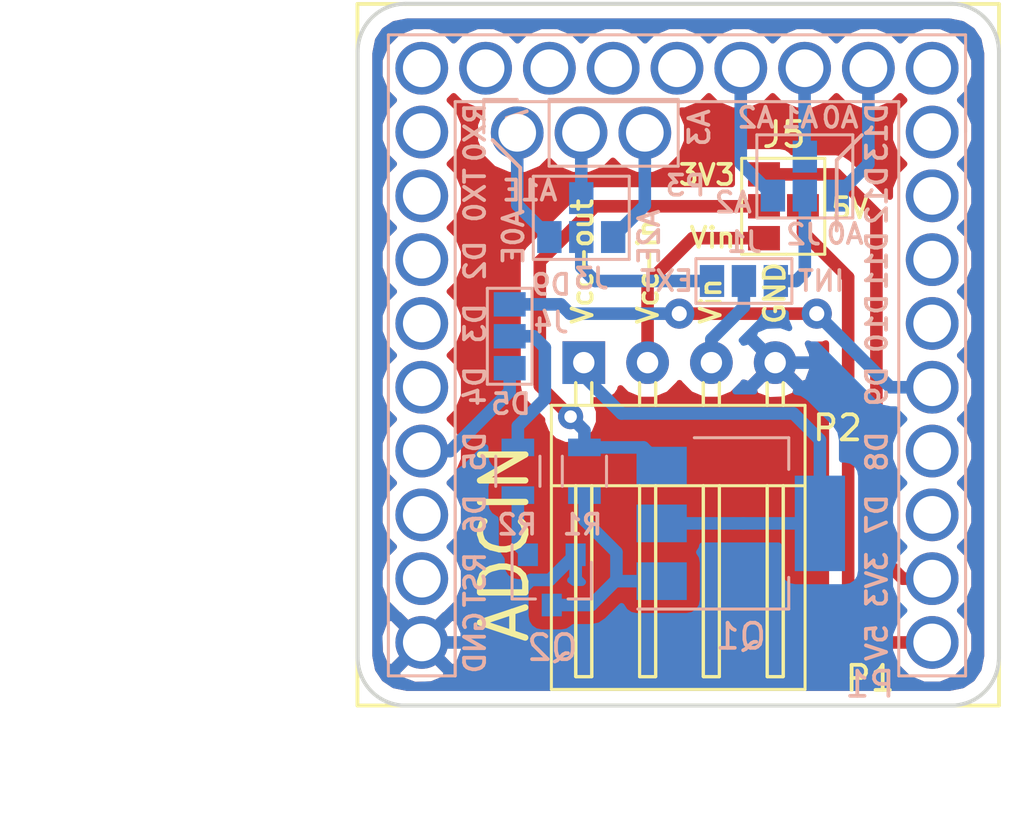
<source format=kicad_pcb>
(kicad_pcb (version 20171130) (host pcbnew "(5.1.5)-3")

  (general
    (thickness 1.6)
    (drawings 39)
    (tracks 90)
    (zones 0)
    (modules 12)
    (nets 40)
  )

  (page A4)
  (title_block
    (title "Microduino ADCIN DE")
    (date "07 dicembre 2019")
    (rev 1.0)
  )

  (layers
    (0 F.Cu signal)
    (31 B.Cu signal)
    (32 B.Adhes user)
    (33 F.Adhes user)
    (34 B.Paste user)
    (35 F.Paste user)
    (36 B.SilkS user)
    (37 F.SilkS user)
    (38 B.Mask user)
    (39 F.Mask user)
    (44 Edge.Cuts user)
    (45 Margin user)
    (46 B.CrtYd user hide)
    (47 F.CrtYd user hide)
    (48 B.Fab user)
    (49 F.Fab user)
  )

  (setup
    (last_trace_width 0.25)
    (user_trace_width 0.4)
    (user_trace_width 0.5)
    (user_trace_width 0.75)
    (user_trace_width 1)
    (user_trace_width 1.5)
    (user_trace_width 2)
    (user_trace_width 2.5)
    (user_trace_width 3)
    (trace_clearance 0.2)
    (zone_clearance 0.508)
    (zone_45_only no)
    (trace_min 0.2)
    (via_size 0.6)
    (via_drill 0.4)
    (via_min_size 0.4)
    (via_min_drill 0.3)
    (user_via 1 0.5)
    (user_via 1.2 0.6)
    (uvia_size 0.3)
    (uvia_drill 0.1)
    (uvias_allowed no)
    (uvia_min_size 0.2)
    (uvia_min_drill 0.1)
    (edge_width 0.15)
    (segment_width 0.15)
    (pcb_text_width 0.15)
    (pcb_text_size 0.8 0.8)
    (mod_edge_width 0.15)
    (mod_text_size 1 1)
    (mod_text_width 0.15)
    (pad_size 2.1 2.1)
    (pad_drill 1.5)
    (pad_to_mask_clearance 0.2)
    (aux_axis_origin 0 0)
    (grid_origin 126.111 104.775)
    (visible_elements 7FFFFFFF)
    (pcbplotparams
      (layerselection 0x210fc_80000001)
      (usegerberextensions false)
      (usegerberattributes false)
      (usegerberadvancedattributes false)
      (creategerberjobfile false)
      (excludeedgelayer true)
      (linewidth 0.100000)
      (plotframeref false)
      (viasonmask false)
      (mode 1)
      (useauxorigin false)
      (hpglpennumber 1)
      (hpglpenspeed 20)
      (hpglpendiameter 15.000000)
      (psnegative false)
      (psa4output false)
      (plotreference true)
      (plotvalue true)
      (plotinvisibletext false)
      (padsonsilk false)
      (subtractmaskfromsilk false)
      (outputformat 1)
      (mirror false)
      (drillshape 0)
      (scaleselection 1)
      (outputdirectory ""))
  )

  (net 0 "")
  (net 1 +5V)
  (net 2 +3V3)
  (net 3 /D7)
  (net 4 /D8)
  (net 5 /D10)
  (net 6 /D11)
  (net 7 /D12)
  (net 8 /D13)
  (net 9 /D2)
  (net 10 /D3)
  (net 11 /A0)
  (net 12 /A1)
  (net 13 /A2)
  (net 14 /A3)
  (net 15 /SDA)
  (net 16 /SCL)
  (net 17 /A6)
  (net 18 /A7)
  (net 19 /RX0)
  (net 20 /D4)
  (net 21 /D5)
  (net 22 /D6)
  (net 23 /RESET)
  (net 24 GND)
  (net 25 /TX0)
  (net 26 /AREF)
  (net 27 "Net-(J1-Pad1)")
  (net 28 "Net-(J1-Pad2)")
  (net 29 "Net-(J1-Pad3)")
  (net 30 "Net-(J3-Pad1)")
  (net 31 "Net-(J3-Pad3)")
  (net 32 "Net-(J3-Pad4)")
  (net 33 "Net-(J4-Pad2)")
  (net 34 D9)
  (net 35 "Net-(P2-Pad1)")
  (net 36 "Net-(Q1-Pad1)")
  (net 37 "Net-(Q2-Pad1)")
  (net 38 "Net-(J5-Pad2)")
  (net 39 "Net-(J5-Pad1)")

  (net_class Default "Questo è il gruppo di collegamenti predefinito"
    (clearance 0.2)
    (trace_width 0.25)
    (via_dia 0.6)
    (via_drill 0.4)
    (uvia_dia 0.3)
    (uvia_drill 0.1)
    (add_net +3V3)
    (add_net +5V)
    (add_net /A0)
    (add_net /A1)
    (add_net /A2)
    (add_net /A3)
    (add_net /A6)
    (add_net /A7)
    (add_net /AREF)
    (add_net /D10)
    (add_net /D11)
    (add_net /D12)
    (add_net /D13)
    (add_net /D2)
    (add_net /D3)
    (add_net /D4)
    (add_net /D5)
    (add_net /D6)
    (add_net /D7)
    (add_net /D8)
    (add_net /RESET)
    (add_net /RX0)
    (add_net /SCL)
    (add_net /SDA)
    (add_net /TX0)
    (add_net D9)
    (add_net GND)
    (add_net "Net-(J1-Pad1)")
    (add_net "Net-(J1-Pad2)")
    (add_net "Net-(J1-Pad3)")
    (add_net "Net-(J3-Pad1)")
    (add_net "Net-(J3-Pad3)")
    (add_net "Net-(J3-Pad4)")
    (add_net "Net-(J4-Pad2)")
    (add_net "Net-(J5-Pad1)")
    (add_net "Net-(J5-Pad2)")
    (add_net "Net-(P2-Pad1)")
    (add_net "Net-(Q1-Pad1)")
    (add_net "Net-(Q2-Pad1)")
  )

  (module Libreria_PCB_mia:GS4 (layer B.Cu) (tedit 5D2638E9) (tstamp 5D25DDEE)
    (at 147.611 72.025 270)
    (descr "3-pin solder bridge")
    (tags "solder bridge")
    (path /5D260783)
    (attr smd)
    (fp_text reference J3 (at 1.65 -0.4) (layer B.SilkS)
      (effects (font (size 0.8 0.8) (thickness 0.15)) (justify mirror))
    )
    (fp_text value GS4_b (at 1.8 0 180) (layer B.Fab)
      (effects (font (size 1 1) (thickness 0.15)) (justify mirror))
    )
    (fp_line (start -0.89 1.91) (end -2.42 1.91) (layer B.SilkS) (width 0.12))
    (fp_line (start -0.89 -1.91) (end -2.42 -1.91) (layer B.SilkS) (width 0.12))
    (fp_line (start -1.15 -2.15) (end -2.69 -2.15) (layer B.CrtYd) (width 0.05))
    (fp_line (start -1.14 2.15) (end -2.69 2.15) (layer B.CrtYd) (width 0.05))
    (fp_line (start -1.15 2.15) (end 1.15 2.15) (layer B.CrtYd) (width 0.05))
    (fp_line (start 1.15 2.15) (end 1.15 -2.15) (layer B.CrtYd) (width 0.05))
    (fp_line (start 1.15 -2.15) (end -1.15 -2.15) (layer B.CrtYd) (width 0.05))
    (fp_line (start -2.69 -2.15) (end -2.69 2.15) (layer B.CrtYd) (width 0.05))
    (fp_line (start -2.42 1.91) (end -2.42 -1.91) (layer B.SilkS) (width 0.12))
    (fp_line (start -0.89 -1.91) (end 0.89 -1.91) (layer B.SilkS) (width 0.12))
    (fp_line (start 0.89 -1.91) (end 0.89 1.91) (layer B.SilkS) (width 0.12))
    (fp_line (start -0.89 1.91) (end 0.89 1.91) (layer B.SilkS) (width 0.12))
    (pad 1 smd rect (at 0 1.27 270) (size 1.27 0.97) (layers B.Cu B.Paste B.Mask)
      (net 30 "Net-(J3-Pad1)"))
    (pad 2 smd rect (at 0 0 270) (size 1.27 0.97) (layers B.Cu B.Paste B.Mask)
      (net 29 "Net-(J1-Pad3)"))
    (pad 3 smd rect (at 0 -1.27 270) (size 1.27 0.97) (layers B.Cu B.Paste B.Mask)
      (net 31 "Net-(J3-Pad3)"))
    (pad 4 smd rect (at -1.55 0 270) (size 1.27 0.97) (layers B.Cu B.Paste B.Mask)
      (net 32 "Net-(J3-Pad4)"))
  )

  (module Libreria_PCB_mia:Upin_27 (layer B.Cu) (tedit 5DEB5FCF) (tstamp 597E308E)
    (at 161.581 88.165 180)
    (descr "Through hole straight socket strip, 1x09, 2.54mm pitch, single row")
    (tags "Through hole socket strip THT 1x09 2.54mm single row")
    (path /58E8C7EF)
    (fp_text reference P1 (at 2.48 -1.67 180) (layer B.SilkS)
      (effects (font (size 1 1) (thickness 0.15)) (justify mirror))
    )
    (fp_text value CONN_1x27 (at -2.83 10.17 90) (layer B.Fab)
      (effects (font (size 1 1) (thickness 0.15)) (justify mirror))
    )
    (fp_text user P1 (at 2.47 -1.435 180) (layer F.SilkS)
      (effects (font (size 1 1) (thickness 0.15)))
    )
    (fp_line (start 16.4 18.9) (end 17.5 20) (layer B.SilkS) (width 0.15))
    (fp_line (start 16.4 18.9) (end 16.4 17.1) (layer B.SilkS) (width 0.15))
    (fp_line (start 2.8 20.2) (end 3.8 19.2) (layer B.SilkS) (width 0.15))
    (fp_line (start 3.8 19.2) (end 3.8 16.4) (layer B.SilkS) (width 0.15))
    (fp_text user GND (at 18.2 0 90) (layer B.SilkS)
      (effects (font (size 0.8 0.8) (thickness 0.15)) (justify mirror))
    )
    (fp_text user RST (at 18.2 2.5 90) (layer B.SilkS)
      (effects (font (size 0.8 0.8) (thickness 0.15)) (justify mirror))
    )
    (fp_text user D6 (at 18.2 5.1 90) (layer B.SilkS)
      (effects (font (size 0.8 0.8) (thickness 0.15)) (justify mirror))
    )
    (fp_text user D5 (at 18.2 7.6 90) (layer B.SilkS)
      (effects (font (size 0.8 0.8) (thickness 0.15)) (justify mirror))
    )
    (fp_text user D4 (at 18.2 10.2 90) (layer B.SilkS)
      (effects (font (size 0.8 0.8) (thickness 0.15)) (justify mirror))
    )
    (fp_text user D3 (at 18.2 12.7 90) (layer B.SilkS)
      (effects (font (size 0.8 0.8) (thickness 0.15)) (justify mirror))
    )
    (fp_text user D2 (at 18.2 15.2 90) (layer B.SilkS)
      (effects (font (size 0.8 0.8) (thickness 0.15)) (justify mirror))
    )
    (fp_text user TX0 (at 18.2 17.8 90) (layer B.SilkS)
      (effects (font (size 0.8 0.8) (thickness 0.15)) (justify mirror))
    )
    (fp_text user RX0 (at 18.2 20.3 90) (layer B.SilkS)
      (effects (font (size 0.8 0.8) (thickness 0.15)) (justify mirror))
    )
    (fp_text user A6 (at 16.5 20.5 90) (layer B.SilkS)
      (effects (font (size 0.8 0.8) (thickness 0.15)) (justify mirror))
    )
    (fp_text user A3 (at 9.27 20.49 90) (layer B.SilkS)
      (effects (font (size 0.8 0.8) (thickness 0.15)) (justify mirror))
    )
    (fp_text user A2 (at 7.02 20.89 180) (layer B.SilkS)
      (effects (font (size 0.8 0.8) (thickness 0.15)) (justify mirror))
    )
    (fp_text user A1 (at 5.27 20.89 180) (layer B.SilkS)
      (effects (font (size 0.8 0.8) (thickness 0.15)) (justify mirror))
    )
    (fp_text user A0 (at 3.67 20.89 180) (layer B.SilkS)
      (effects (font (size 0.8 0.8) (thickness 0.15)) (justify mirror))
    )
    (fp_text user D13 (at 2.2 20.3 90) (layer B.SilkS)
      (effects (font (size 0.8 0.8) (thickness 0.15)) (justify mirror))
    )
    (fp_text user D12 (at 2.2 17.8 90) (layer B.SilkS)
      (effects (font (size 0.8 0.8) (thickness 0.15)) (justify mirror))
    )
    (fp_text user D11 (at 2.2 15.2 90) (layer B.SilkS)
      (effects (font (size 0.8 0.8) (thickness 0.15)) (justify mirror))
    )
    (fp_text user D10 (at 2.2 12.7 90) (layer B.SilkS)
      (effects (font (size 0.8 0.8) (thickness 0.15)) (justify mirror))
    )
    (fp_text user D9 (at 2.2 10.2 90) (layer B.SilkS)
      (effects (font (size 0.8 0.8) (thickness 0.15)) (justify mirror))
    )
    (fp_text user D8 (at 2.2 7.6 90) (layer B.SilkS)
      (effects (font (size 0.8 0.8) (thickness 0.15)) (justify mirror))
    )
    (fp_text user D7 (at 2.2 5.1 90) (layer B.SilkS)
      (effects (font (size 0.8 0.8) (thickness 0.15)) (justify mirror))
    )
    (fp_text user 3V3 (at 2.2 2.5 90) (layer B.SilkS)
      (effects (font (size 0.8 0.8) (thickness 0.15)) (justify mirror))
    )
    (fp_text user 5V (at 2.2 0 90) (layer B.SilkS)
      (effects (font (size 0.8 0.8) (thickness 0.15)) (justify mirror))
    )
    (fp_line (start 1.8 -1.78) (end 1.8 21.05) (layer B.CrtYd) (width 0.12))
    (fp_line (start 18.52 21.05) (end 1.8 21.05) (layer B.CrtYd) (width 0.12))
    (fp_line (start -1.27 24.13) (end -1.27 -1.27) (layer B.Fab) (width 0.12))
    (fp_line (start 1.27 -1.27) (end 1.27 21.59) (layer B.Fab) (width 0.12))
    (fp_line (start 1.27 21.59) (end 19.05 21.59) (layer B.Fab) (width 0.12))
    (fp_line (start 19.05 21.59) (end 19.05 -1.27) (layer B.Fab) (width 0.12))
    (fp_line (start 19.05 -1.27) (end 21.59 -1.27) (layer B.Fab) (width 0.12))
    (fp_line (start 21.59 -1.27) (end 21.59 24.13) (layer B.Fab) (width 0.12))
    (fp_line (start 21.59 24.13) (end -1.27 24.13) (layer B.Fab) (width 0.12))
    (fp_line (start 21.65 -1.33) (end 21.65 24.19) (layer B.SilkS) (width 0.12))
    (fp_line (start 21.65 24.19) (end -1.33 24.19) (layer B.SilkS) (width 0.12))
    (fp_line (start -1.33 -1.33) (end -1.33 24.19) (layer B.SilkS) (width 0.12))
    (fp_line (start 1.33 -1.33) (end 1.33 21.53) (layer B.SilkS) (width 0.12))
    (fp_line (start 1.33 21.53) (end 18.99 21.53) (layer B.SilkS) (width 0.12))
    (fp_line (start 18.99 -1.33) (end 18.99 21.53) (layer B.SilkS) (width 0.12))
    (fp_line (start 18.99 -1.33) (end 18.99 5.48) (layer B.SilkS) (width 0.12))
    (fp_line (start -1.8 24.67) (end 22.12 24.67) (layer B.CrtYd) (width 0.12))
    (fp_line (start -1.8 -1.78) (end -1.8 24.67) (layer B.CrtYd) (width 0.12))
    (fp_line (start 22.12 -1.78) (end 22.12 24.67) (layer B.CrtYd) (width 0.12))
    (fp_line (start 18.52 21.05) (end 18.52 -1.8) (layer B.CrtYd) (width 0.12))
    (fp_line (start 18.52 -1.8) (end 22.12 -1.8) (layer B.CrtYd) (width 0.12))
    (fp_line (start -1.27 -1.27) (end 1.27 -1.27) (layer B.Fab) (width 0.12))
    (fp_line (start -1.33 -1.33) (end 1.33 -1.33) (layer B.SilkS) (width 0.12))
    (fp_line (start 21.65 -1.33) (end 18.99 -1.33) (layer B.SilkS) (width 0.12))
    (fp_line (start -1.33 20.32) (end -1.33 21.65) (layer B.SilkS) (width 0.12))
    (fp_line (start -1.8 -1.78) (end 1.8 -1.78) (layer B.CrtYd) (width 0.12))
    (fp_text user %R (at 0 -2.54 180) (layer B.Fab)
      (effects (font (size 1 1) (thickness 0.15)) (justify mirror))
    )
    (pad 9 thru_hole circle (at 0 20.32 180) (size 2.1 2.1) (drill 1.5) (layers *.Cu *.Mask)
      (net 8 /D13))
    (pad 8 thru_hole circle (at 0 17.78 180) (size 2.1 2.1) (drill 1.5) (layers *.Cu *.Mask)
      (net 7 /D12))
    (pad 7 thru_hole circle (at 0 15.24 180) (size 2.1 2.1) (drill 1.5) (layers *.Cu *.Mask)
      (net 6 /D11))
    (pad 6 thru_hole circle (at 0 12.7 180) (size 2.1 2.1) (drill 1.5) (layers *.Cu *.Mask)
      (net 5 /D10))
    (pad 5 thru_hole circle (at 0 10.16 180) (size 2.1 2.1) (drill 1.5) (layers *.Cu *.Mask)
      (net 34 D9))
    (pad 4 thru_hole circle (at 0 7.62 180) (size 2.1 2.1) (drill 1.5) (layers *.Cu *.Mask)
      (net 4 /D8))
    (pad 3 thru_hole circle (at 0 5.08 180) (size 2.1 2.1) (drill 1.5) (layers *.Cu *.Mask)
      (net 3 /D7))
    (pad 2 thru_hole circle (at 0 2.54 180) (size 2.1 2.1) (drill 1.5) (layers *.Cu *.Mask)
      (net 2 +3V3))
    (pad 1 thru_hole circle (at 0 0 180) (size 2.1 2.1) (drill 1.5) (layers *.Cu *.Mask)
      (net 1 +5V))
    (pad 10 thru_hole circle (at 0 22.86 180) (size 2.1 2.1) (drill 1.5) (layers *.Cu *.Mask)
      (net 26 /AREF))
    (pad 11 thru_hole circle (at 2.54 22.86 180) (size 2.1 2.1) (drill 1.5) (layers *.Cu *.Mask)
      (net 11 /A0))
    (pad 12 thru_hole circle (at 5.08 22.86 180) (size 2.1 2.1) (drill 1.5) (layers *.Cu *.Mask)
      (net 12 /A1))
    (pad 13 thru_hole circle (at 7.62 22.86 180) (size 2.1 2.1) (drill 1.5) (layers *.Cu *.Mask)
      (net 13 /A2))
    (pad 14 thru_hole circle (at 10.16 22.86 180) (size 2.1 2.1) (drill 1.5) (layers *.Cu *.Mask)
      (net 14 /A3))
    (pad 15 thru_hole circle (at 12.7 22.86 180) (size 2.1 2.1) (drill 1.5) (layers *.Cu *.Mask)
      (net 15 /SDA))
    (pad 16 thru_hole circle (at 15.24 22.86 180) (size 2.1 2.1) (drill 1.5) (layers *.Cu *.Mask)
      (net 16 /SCL))
    (pad 17 thru_hole circle (at 17.78 22.86 180) (size 2.1 2.1) (drill 1.5) (layers *.Cu *.Mask)
      (net 17 /A6))
    (pad 18 thru_hole circle (at 20.32 22.86 180) (size 2.1 2.1) (drill 1.5) (layers *.Cu *.Mask)
      (net 18 /A7))
    (pad 19 thru_hole circle (at 20.32 20.32 180) (size 2.1 2.1) (drill 1.5) (layers *.Cu *.Mask)
      (net 19 /RX0))
    (pad 20 thru_hole circle (at 20.32 17.78 180) (size 2.1 2.1) (drill 1.5) (layers *.Cu *.Mask)
      (net 25 /TX0))
    (pad 21 thru_hole circle (at 20.32 15.24 180) (size 2.1 2.1) (drill 1.5) (layers *.Cu *.Mask)
      (net 9 /D2))
    (pad 22 thru_hole circle (at 20.32 12.7 180) (size 2.1 2.1) (drill 1.5) (layers *.Cu *.Mask)
      (net 10 /D3))
    (pad 23 thru_hole circle (at 20.32 10.16 180) (size 2.1 2.1) (drill 1.5) (layers *.Cu *.Mask)
      (net 20 /D4))
    (pad 24 thru_hole circle (at 20.32 7.62 180) (size 2.1 2.1) (drill 1.5) (layers *.Cu *.Mask)
      (net 21 /D5))
    (pad 25 thru_hole circle (at 20.32 5.08 180) (size 2.1 2.1) (drill 1.5) (layers *.Cu *.Mask)
      (net 22 /D6))
    (pad 26 thru_hole circle (at 20.32 2.54 180) (size 2.1 2.1) (drill 1.5) (layers *.Cu *.Mask)
      (net 23 /RESET))
    (pad 27 thru_hole circle (at 20.32 0 180) (size 2.1 2.1) (drill 1.5) (layers *.Cu *.Mask)
      (net 24 GND))
  )

  (module Libreria_PCB_mia:WHURT_4pin_90°_61900411021 (layer F.Cu) (tedit 5D26380A) (tstamp 597AF288)
    (at 147.711 77.025)
    (descr "Horizontal AMP connector with 2.54mm pitch")
    (tags "connector horizontal")
    (path /5D25C02D)
    (fp_text reference P2 (at 10.1 2.6) (layer F.SilkS)
      (effects (font (size 1 1) (thickness 0.15)))
    )
    (fp_text value CONN_01X04 (at 3.81 14.9) (layer F.Fab)
      (effects (font (size 1 1) (thickness 0.15)))
    )
    (fp_line (start 5.4 12.5) (end 5.4 4.9) (layer F.SilkS) (width 0.12))
    (fp_line (start 4.76 12.5) (end 5.4 12.5) (layer F.SilkS) (width 0.12))
    (fp_line (start 4.76 4.9) (end 4.76 12.5) (layer F.SilkS) (width 0.12))
    (fp_line (start 4.76 1.7) (end 4.76 0.8) (layer F.SilkS) (width 0.12))
    (fp_line (start 5.4 0.8) (end 5.4 1.7) (layer F.SilkS) (width 0.12))
    (fp_line (start 5.4 0.8) (end 5.4 1.7) (layer F.SilkS) (width 0.12))
    (fp_line (start 4.76 1.7) (end 4.76 0.8) (layer F.SilkS) (width 0.12))
    (fp_line (start 4.76 4.9) (end 4.76 12.5) (layer F.SilkS) (width 0.12))
    (fp_line (start 4.76 12.5) (end 5.4 12.5) (layer F.SilkS) (width 0.12))
    (fp_line (start 5.4 12.5) (end 5.4 4.9) (layer F.SilkS) (width 0.12))
    (fp_line (start 5.4 12.5) (end 5.4 4.9) (layer F.SilkS) (width 0.12))
    (fp_line (start 4.76 12.5) (end 5.4 12.5) (layer F.SilkS) (width 0.12))
    (fp_line (start 4.76 4.9) (end 4.76 12.5) (layer F.SilkS) (width 0.12))
    (fp_line (start 4.76 1.7) (end 4.76 0.8) (layer F.SilkS) (width 0.12))
    (fp_line (start 5.4 0.8) (end 5.4 1.7) (layer F.SilkS) (width 0.12))
    (fp_line (start 5.4 0.8) (end 5.4 1.7) (layer F.SilkS) (width 0.12))
    (fp_line (start 4.76 1.7) (end 4.76 0.8) (layer F.SilkS) (width 0.12))
    (fp_line (start 4.76 4.9) (end 4.76 12.5) (layer F.SilkS) (width 0.12))
    (fp_line (start 4.76 12.5) (end 5.4 12.5) (layer F.SilkS) (width 0.12))
    (fp_line (start 5.4 12.5) (end 5.4 4.9) (layer F.SilkS) (width 0.12))
    (fp_line (start 7.94 12.5) (end 7.94 4.9) (layer F.SilkS) (width 0.12))
    (fp_line (start 7.3 12.5) (end 7.94 12.5) (layer F.SilkS) (width 0.12))
    (fp_line (start 7.3 4.9) (end 7.3 12.5) (layer F.SilkS) (width 0.12))
    (fp_line (start 7.3 1.7) (end 7.3 0.8) (layer F.SilkS) (width 0.12))
    (fp_line (start 7.94 0.8) (end 7.94 1.7) (layer F.SilkS) (width 0.12))
    (fp_line (start 7.94 0.8) (end 7.94 1.7) (layer F.SilkS) (width 0.12))
    (fp_line (start 7.3 1.7) (end 7.3 0.8) (layer F.SilkS) (width 0.12))
    (fp_line (start 7.3 4.9) (end 7.3 12.5) (layer F.SilkS) (width 0.12))
    (fp_line (start 7.3 12.5) (end 7.94 12.5) (layer F.SilkS) (width 0.12))
    (fp_line (start 7.94 12.5) (end 7.94 4.9) (layer F.SilkS) (width 0.12))
    (fp_line (start 7.94 12.5) (end 7.94 4.9) (layer F.SilkS) (width 0.12))
    (fp_line (start 7.3 12.5) (end 7.94 12.5) (layer F.SilkS) (width 0.12))
    (fp_line (start 7.3 4.9) (end 7.3 12.5) (layer F.SilkS) (width 0.12))
    (fp_line (start 7.3 1.7) (end 7.3 0.8) (layer F.SilkS) (width 0.12))
    (fp_line (start 7.94 0.8) (end 7.94 1.7) (layer F.SilkS) (width 0.12))
    (fp_line (start 7.94 0.8) (end 7.94 1.7) (layer F.SilkS) (width 0.12))
    (fp_line (start 7.3 1.7) (end 7.3 0.8) (layer F.SilkS) (width 0.12))
    (fp_line (start 7.3 4.9) (end 7.3 12.5) (layer F.SilkS) (width 0.12))
    (fp_line (start 7.3 12.5) (end 7.94 12.5) (layer F.SilkS) (width 0.12))
    (fp_line (start 7.94 12.5) (end 7.94 4.9) (layer F.SilkS) (width 0.12))
    (fp_line (start 2.86 12.5) (end 2.86 4.9) (layer F.SilkS) (width 0.12))
    (fp_line (start 2.22 12.5) (end 2.86 12.5) (layer F.SilkS) (width 0.12))
    (fp_line (start 2.22 4.9) (end 2.22 12.5) (layer F.SilkS) (width 0.12))
    (fp_line (start 2.22 1.7) (end 2.22 0.8) (layer F.SilkS) (width 0.12))
    (fp_line (start 2.86 0.8) (end 2.86 1.7) (layer F.SilkS) (width 0.12))
    (fp_line (start 2.86 0.8) (end 2.86 1.7) (layer F.SilkS) (width 0.12))
    (fp_line (start 2.22 1.7) (end 2.22 0.8) (layer F.SilkS) (width 0.12))
    (fp_line (start 2.22 4.9) (end 2.22 12.5) (layer F.SilkS) (width 0.12))
    (fp_line (start 2.22 12.5) (end 2.86 12.5) (layer F.SilkS) (width 0.12))
    (fp_line (start 2.86 12.5) (end 2.86 4.9) (layer F.SilkS) (width 0.12))
    (fp_line (start 2.86 12.5) (end 2.86 4.9) (layer F.SilkS) (width 0.12))
    (fp_line (start 2.22 12.5) (end 2.86 12.5) (layer F.SilkS) (width 0.12))
    (fp_line (start 2.22 4.9) (end 2.22 12.5) (layer F.SilkS) (width 0.12))
    (fp_line (start 2.22 1.7) (end 2.22 0.8) (layer F.SilkS) (width 0.12))
    (fp_line (start 2.86 0.8) (end 2.86 1.7) (layer F.SilkS) (width 0.12))
    (fp_line (start 2.86 0.8) (end 2.86 1.7) (layer F.SilkS) (width 0.12))
    (fp_line (start 2.22 1.7) (end 2.22 0.8) (layer F.SilkS) (width 0.12))
    (fp_line (start 2.22 4.9) (end 2.22 12.5) (layer F.SilkS) (width 0.12))
    (fp_line (start 2.22 12.5) (end 2.86 12.5) (layer F.SilkS) (width 0.12))
    (fp_line (start 2.86 12.5) (end 2.86 4.9) (layer F.SilkS) (width 0.12))
    (fp_line (start 0.32 12.5) (end 0.32 4.9) (layer F.SilkS) (width 0.12))
    (fp_line (start -0.32 12.5) (end 0.32 12.5) (layer F.SilkS) (width 0.12))
    (fp_line (start -0.32 4.9) (end -0.32 12.5) (layer F.SilkS) (width 0.12))
    (fp_line (start -0.32 1.7) (end -0.32 0.8) (layer F.SilkS) (width 0.12))
    (fp_line (start 0.32 0.8) (end 0.32 1.7) (layer F.SilkS) (width 0.12))
    (fp_line (start 0.32 0.8) (end 0.32 1.7) (layer F.SilkS) (width 0.12))
    (fp_line (start -0.32 1.7) (end -0.32 0.8) (layer F.SilkS) (width 0.12))
    (fp_line (start -0.32 4.9) (end -0.32 12.5) (layer F.SilkS) (width 0.12))
    (fp_line (start -0.32 12.5) (end 0.32 12.5) (layer F.SilkS) (width 0.12))
    (fp_line (start 0.32 12.5) (end 0.32 4.9) (layer F.SilkS) (width 0.12))
    (fp_line (start 0.32 12.5) (end 0.32 4.9) (layer F.SilkS) (width 0.12))
    (fp_line (start -0.32 12.5) (end 0.32 12.5) (layer F.SilkS) (width 0.12))
    (fp_line (start -0.32 4.9) (end -0.32 12.5) (layer F.SilkS) (width 0.12))
    (fp_line (start -0.32 1.7) (end -0.32 0.8) (layer F.SilkS) (width 0.12))
    (fp_line (start 0.32 0.8) (end 0.32 1.7) (layer F.SilkS) (width 0.12))
    (fp_line (start -1.78 -1.23) (end -1.78 13.3) (layer F.CrtYd) (width 0.05))
    (fp_line (start -1.78 13.3) (end 9.32 13.3) (layer F.CrtYd) (width 0.05))
    (fp_line (start 9.32 13.3) (end 9.32 -1.23) (layer F.CrtYd) (width 0.05))
    (fp_line (start 9.32 -1.23) (end -1.78 -1.23) (layer F.CrtYd) (width 0.05))
    (fp_line (start 0.32 0.8) (end 0.32 1.7) (layer F.SilkS) (width 0.12))
    (fp_line (start -0.32 1.7) (end -0.32 0.8) (layer F.SilkS) (width 0.12))
    (fp_line (start -0.32 4.9) (end -0.32 12.5) (layer F.SilkS) (width 0.12))
    (fp_line (start -0.32 12.5) (end 0.32 12.5) (layer F.SilkS) (width 0.12))
    (fp_line (start 0.32 12.5) (end 0.32 4.9) (layer F.SilkS) (width 0.12))
    (fp_line (start 8.81 4.9) (end -1.29 4.9) (layer F.SilkS) (width 0.12))
    (fp_line (start -1.29 1.7) (end -1.29 13.01) (layer F.SilkS) (width 0.12))
    (fp_line (start -1.29 13.01) (end 8.81 13.01) (layer F.SilkS) (width 0.12))
    (fp_line (start 8.81 13.01) (end 8.81 1.7) (layer F.SilkS) (width 0.12))
    (fp_line (start 8.81 1.7) (end -1.29 1.7) (layer F.SilkS) (width 0.12))
    (pad 1 thru_hole rect (at 0 0) (size 1.7 1.7) (drill 0.85) (layers *.Cu *.Mask)
      (net 35 "Net-(P2-Pad1)"))
    (pad 2 thru_hole circle (at 2.54 0) (size 1.7 1.7) (drill 0.85) (layers *.Cu *.Mask)
      (net 39 "Net-(J5-Pad1)"))
    (pad 3 thru_hole circle (at 5.08 0) (size 1.7 1.7) (drill 0.85) (layers *.Cu *.Mask)
      (net 28 "Net-(J1-Pad2)"))
    (pad 4 thru_hole circle (at 7.62 0) (size 1.7 1.7) (drill 0.85) (layers *.Cu *.Mask)
      (net 24 GND))
    (model Connectors.3dshapes/Wafer_Horizontal17.5x5.8x7RM2.5-6.wrl
      (at (xyz 0 0 0))
      (scale (xyz 4 4 4))
      (rotate (xyz 0 0 0))
    )
    (model C:/Librerie_Kicad/SamacSys_Parts.3dshapes/61900411021.stp
      (at (xyz 0 0 0))
      (scale (xyz 1 1 1))
      (rotate (xyz 0 0 180))
    )
  )

  (module Connectors:GS3 (layer B.Cu) (tedit 5D26384A) (tstamp 5D25DDDE)
    (at 154.086 73.775 90)
    (descr "3-pin solder bridge")
    (tags "solder bridge")
    (path /5D25E1A3)
    (attr smd)
    (fp_text reference J1 (at 1.55 0.025 180) (layer B.SilkS)
      (effects (font (size 0.8 0.8) (thickness 0.15)) (justify mirror))
    )
    (fp_text value GS3 (at 1.8 0) (layer B.Fab)
      (effects (font (size 1 1) (thickness 0.15)) (justify mirror))
    )
    (fp_line (start -1.15 2.15) (end 1.15 2.15) (layer B.CrtYd) (width 0.05))
    (fp_line (start 1.15 2.15) (end 1.15 -2.15) (layer B.CrtYd) (width 0.05))
    (fp_line (start 1.15 -2.15) (end -1.15 -2.15) (layer B.CrtYd) (width 0.05))
    (fp_line (start -1.15 -2.15) (end -1.15 2.15) (layer B.CrtYd) (width 0.05))
    (fp_line (start -0.89 1.91) (end -0.89 -1.91) (layer B.SilkS) (width 0.12))
    (fp_line (start -0.89 -1.91) (end 0.89 -1.91) (layer B.SilkS) (width 0.12))
    (fp_line (start 0.89 -1.91) (end 0.89 1.91) (layer B.SilkS) (width 0.12))
    (fp_line (start -0.89 1.91) (end 0.89 1.91) (layer B.SilkS) (width 0.12))
    (pad 1 smd rect (at 0 1.27 90) (size 1.27 0.97) (layers B.Cu B.Paste B.Mask)
      (net 27 "Net-(J1-Pad1)"))
    (pad 2 smd rect (at 0 0 90) (size 1.27 0.97) (layers B.Cu B.Paste B.Mask)
      (net 28 "Net-(J1-Pad2)"))
    (pad 3 smd rect (at 0 -1.27 90) (size 1.27 0.97) (layers B.Cu B.Paste B.Mask)
      (net 29 "Net-(J1-Pad3)"))
  )

  (module Libreria_PCB_mia:GS4 (layer B.Cu) (tedit 5D2637BC) (tstamp 5D25DDE6)
    (at 156.511 70.375 270)
    (descr "3-pin solder bridge")
    (tags "solder bridge")
    (path /5D2607B0)
    (attr smd)
    (fp_text reference J2 (at 1.55 0.05) (layer B.SilkS)
      (effects (font (size 0.8 0.8) (thickness 0.15)) (justify mirror))
    )
    (fp_text value GS4_b (at 1.8 0 180) (layer B.Fab)
      (effects (font (size 1 1) (thickness 0.15)) (justify mirror))
    )
    (fp_line (start -0.89 1.91) (end -2.42 1.91) (layer B.SilkS) (width 0.12))
    (fp_line (start -0.89 -1.91) (end -2.42 -1.91) (layer B.SilkS) (width 0.12))
    (fp_line (start -1.15 -2.15) (end -2.69 -2.15) (layer B.CrtYd) (width 0.05))
    (fp_line (start -1.14 2.15) (end -2.69 2.15) (layer B.CrtYd) (width 0.05))
    (fp_line (start -1.15 2.15) (end 1.15 2.15) (layer B.CrtYd) (width 0.05))
    (fp_line (start 1.15 2.15) (end 1.15 -2.15) (layer B.CrtYd) (width 0.05))
    (fp_line (start 1.15 -2.15) (end -1.15 -2.15) (layer B.CrtYd) (width 0.05))
    (fp_line (start -2.69 -2.15) (end -2.69 2.15) (layer B.CrtYd) (width 0.05))
    (fp_line (start -2.42 1.91) (end -2.42 -1.91) (layer B.SilkS) (width 0.12))
    (fp_line (start -0.89 -1.91) (end 0.89 -1.91) (layer B.SilkS) (width 0.12))
    (fp_line (start 0.89 -1.91) (end 0.89 1.91) (layer B.SilkS) (width 0.12))
    (fp_line (start -0.89 1.91) (end 0.89 1.91) (layer B.SilkS) (width 0.12))
    (pad 1 smd rect (at 0 1.27 270) (size 1.27 0.97) (layers B.Cu B.Paste B.Mask)
      (net 13 /A2))
    (pad 2 smd rect (at 0 0 270) (size 1.27 0.97) (layers B.Cu B.Paste B.Mask)
      (net 27 "Net-(J1-Pad1)"))
    (pad 3 smd rect (at 0 -1.27 270) (size 1.27 0.97) (layers B.Cu B.Paste B.Mask)
      (net 11 /A0))
    (pad 4 smd rect (at -1.55 0 270) (size 1.27 0.97) (layers B.Cu B.Paste B.Mask)
      (net 12 /A1))
  )

  (module Connectors:GS3 (layer B.Cu) (tedit 5D2638E2) (tstamp 5D25DDF5)
    (at 144.761 75.975)
    (descr "3-pin solder bridge")
    (tags "solder bridge")
    (path /5CA986BE)
    (attr smd)
    (fp_text reference J4 (at 1.65 -0.55) (layer B.SilkS)
      (effects (font (size 0.8 0.8) (thickness 0.15)) (justify mirror))
    )
    (fp_text value GS3 (at 1.8 0 270) (layer B.Fab)
      (effects (font (size 1 1) (thickness 0.15)) (justify mirror))
    )
    (fp_line (start -1.15 2.15) (end 1.15 2.15) (layer B.CrtYd) (width 0.05))
    (fp_line (start 1.15 2.15) (end 1.15 -2.15) (layer B.CrtYd) (width 0.05))
    (fp_line (start 1.15 -2.15) (end -1.15 -2.15) (layer B.CrtYd) (width 0.05))
    (fp_line (start -1.15 -2.15) (end -1.15 2.15) (layer B.CrtYd) (width 0.05))
    (fp_line (start -0.89 1.91) (end -0.89 -1.91) (layer B.SilkS) (width 0.12))
    (fp_line (start -0.89 -1.91) (end 0.89 -1.91) (layer B.SilkS) (width 0.12))
    (fp_line (start 0.89 -1.91) (end 0.89 1.91) (layer B.SilkS) (width 0.12))
    (fp_line (start -0.89 1.91) (end 0.89 1.91) (layer B.SilkS) (width 0.12))
    (pad 1 smd rect (at 0 1.27) (size 1.27 0.97) (layers B.Cu B.Paste B.Mask)
      (net 21 /D5))
    (pad 2 smd rect (at 0 0) (size 1.27 0.97) (layers B.Cu B.Paste B.Mask)
      (net 33 "Net-(J4-Pad2)"))
    (pad 3 smd rect (at 0 -1.27) (size 1.27 0.97) (layers B.Cu B.Paste B.Mask)
      (net 34 D9))
  )

  (module TO_SOT_Packages_SMD:SOT-223-3_TabPin2 (layer B.Cu) (tedit 58CE4E7E) (tstamp 5D25DE1C)
    (at 153.961 83.425)
    (descr "module CMS SOT223 4 pins")
    (tags "CMS SOT")
    (path /5CAA5695)
    (attr smd)
    (fp_text reference Q1 (at 0 4.5) (layer B.SilkS)
      (effects (font (size 1 1) (thickness 0.15)) (justify mirror))
    )
    (fp_text value BSP315PH6327XTSA1 (at 0 -4.5) (layer B.Fab)
      (effects (font (size 1 1) (thickness 0.15)) (justify mirror))
    )
    (fp_text user %R (at 0 0 270) (layer B.Fab)
      (effects (font (size 0.8 0.8) (thickness 0.12)) (justify mirror))
    )
    (fp_line (start 1.91 -3.41) (end 1.91 -2.15) (layer B.SilkS) (width 0.12))
    (fp_line (start 1.91 3.41) (end 1.91 2.15) (layer B.SilkS) (width 0.12))
    (fp_line (start 4.4 3.6) (end -4.4 3.6) (layer B.CrtYd) (width 0.05))
    (fp_line (start 4.4 -3.6) (end 4.4 3.6) (layer B.CrtYd) (width 0.05))
    (fp_line (start -4.4 -3.6) (end 4.4 -3.6) (layer B.CrtYd) (width 0.05))
    (fp_line (start -4.4 3.6) (end -4.4 -3.6) (layer B.CrtYd) (width 0.05))
    (fp_line (start -1.85 2.35) (end -0.85 3.35) (layer B.Fab) (width 0.1))
    (fp_line (start -1.85 2.35) (end -1.85 -3.35) (layer B.Fab) (width 0.1))
    (fp_line (start -1.85 -3.41) (end 1.91 -3.41) (layer B.SilkS) (width 0.12))
    (fp_line (start -0.85 3.35) (end 1.85 3.35) (layer B.Fab) (width 0.1))
    (fp_line (start -4.1 3.41) (end 1.91 3.41) (layer B.SilkS) (width 0.12))
    (fp_line (start -1.85 -3.35) (end 1.85 -3.35) (layer B.Fab) (width 0.1))
    (fp_line (start 1.85 3.35) (end 1.85 -3.35) (layer B.Fab) (width 0.1))
    (pad 2 smd rect (at 3.15 0) (size 2 3.8) (layers B.Cu B.Paste B.Mask)
      (net 35 "Net-(P2-Pad1)"))
    (pad 2 smd rect (at -3.15 0) (size 2 1.5) (layers B.Cu B.Paste B.Mask)
      (net 35 "Net-(P2-Pad1)"))
    (pad 3 smd rect (at -3.15 -2.3) (size 2 1.5) (layers B.Cu B.Paste B.Mask)
      (net 38 "Net-(J5-Pad2)"))
    (pad 1 smd rect (at -3.15 2.3) (size 2 1.5) (layers B.Cu B.Paste B.Mask)
      (net 36 "Net-(Q1-Pad1)"))
    (model ${KISYS3DMOD}/TO_SOT_Packages_SMD.3dshapes/SOT-223.wrl
      (at (xyz 0 0 0))
      (scale (xyz 0.4 0.4 0.4))
      (rotate (xyz 0 0 90))
    )
  )

  (module TO_SOT_Packages_SMD:SOT-23 (layer B.Cu) (tedit 5D262167) (tstamp 5D25DE23)
    (at 146.436 85.675 270)
    (descr "SOT-23, Standard")
    (tags SOT-23)
    (path /5CAA5338)
    (attr smd)
    (fp_text reference Q2 (at 2.7 -0.025) (layer B.SilkS)
      (effects (font (size 1 1) (thickness 0.15)) (justify mirror))
    )
    (fp_text value BC847B (at 0 -2.5 270) (layer B.Fab)
      (effects (font (size 1 1) (thickness 0.15)) (justify mirror))
    )
    (fp_text user %R (at 0 0 180) (layer B.Fab)
      (effects (font (size 0.5 0.5) (thickness 0.075)) (justify mirror))
    )
    (fp_line (start -0.7 0.95) (end -0.7 -1.5) (layer B.Fab) (width 0.1))
    (fp_line (start -0.15 1.52) (end 0.7 1.52) (layer B.Fab) (width 0.1))
    (fp_line (start -0.7 0.95) (end -0.15 1.52) (layer B.Fab) (width 0.1))
    (fp_line (start 0.7 1.52) (end 0.7 -1.52) (layer B.Fab) (width 0.1))
    (fp_line (start -0.7 -1.52) (end 0.7 -1.52) (layer B.Fab) (width 0.1))
    (fp_line (start 0.76 -1.58) (end 0.76 -0.65) (layer B.SilkS) (width 0.12))
    (fp_line (start 0.76 1.58) (end 0.76 0.65) (layer B.SilkS) (width 0.12))
    (fp_line (start -1.7 1.75) (end 1.7 1.75) (layer B.CrtYd) (width 0.05))
    (fp_line (start 1.7 1.75) (end 1.7 -1.75) (layer B.CrtYd) (width 0.05))
    (fp_line (start 1.7 -1.75) (end -1.7 -1.75) (layer B.CrtYd) (width 0.05))
    (fp_line (start -1.7 -1.75) (end -1.7 1.75) (layer B.CrtYd) (width 0.05))
    (fp_line (start 0.76 1.58) (end -1.4 1.58) (layer B.SilkS) (width 0.12))
    (fp_line (start 0.76 -1.58) (end -0.7 -1.58) (layer B.SilkS) (width 0.12))
    (pad 1 smd rect (at -1 0.95 270) (size 0.9 0.8) (layers B.Cu B.Paste B.Mask)
      (net 37 "Net-(Q2-Pad1)"))
    (pad 2 smd rect (at -1 -0.95 270) (size 0.9 0.8) (layers B.Cu B.Paste B.Mask)
      (net 24 GND))
    (pad 3 smd rect (at 1 0 270) (size 0.9 0.8) (layers B.Cu B.Paste B.Mask)
      (net 36 "Net-(Q1-Pad1)"))
    (model ${KISYS3DMOD}/TO_SOT_Packages_SMD.3dshapes/SOT-23.wrl
      (at (xyz 0 0 0))
      (scale (xyz 1 1 1))
      (rotate (xyz 0 0 90))
    )
  )

  (module Resistors_SMD:R_0805 (layer B.Cu) (tedit 5D2621A7) (tstamp 5D25DE29)
    (at 147.736 81.35 270)
    (descr "Resistor SMD 0805, reflow soldering, Vishay (see dcrcw.pdf)")
    (tags "resistor 0805")
    (path /5CAA39BA)
    (attr smd)
    (fp_text reference R1 (at 2.125 0.075) (layer B.SilkS)
      (effects (font (size 0.8 0.8) (thickness 0.15)) (justify mirror))
    )
    (fp_text value 47k (at 0 -1.75 270) (layer B.Fab)
      (effects (font (size 1 1) (thickness 0.15)) (justify mirror))
    )
    (fp_text user %R (at 0 0 270) (layer B.Fab)
      (effects (font (size 0.5 0.5) (thickness 0.075)) (justify mirror))
    )
    (fp_line (start -1 -0.62) (end -1 0.62) (layer B.Fab) (width 0.1))
    (fp_line (start 1 -0.62) (end -1 -0.62) (layer B.Fab) (width 0.1))
    (fp_line (start 1 0.62) (end 1 -0.62) (layer B.Fab) (width 0.1))
    (fp_line (start -1 0.62) (end 1 0.62) (layer B.Fab) (width 0.1))
    (fp_line (start 0.6 -0.88) (end -0.6 -0.88) (layer B.SilkS) (width 0.12))
    (fp_line (start -0.6 0.88) (end 0.6 0.88) (layer B.SilkS) (width 0.12))
    (fp_line (start -1.55 0.9) (end 1.55 0.9) (layer B.CrtYd) (width 0.05))
    (fp_line (start -1.55 0.9) (end -1.55 -0.9) (layer B.CrtYd) (width 0.05))
    (fp_line (start 1.55 -0.9) (end 1.55 0.9) (layer B.CrtYd) (width 0.05))
    (fp_line (start 1.55 -0.9) (end -1.55 -0.9) (layer B.CrtYd) (width 0.05))
    (pad 1 smd rect (at -0.95 0 270) (size 0.7 1.3) (layers B.Cu B.Paste B.Mask)
      (net 38 "Net-(J5-Pad2)"))
    (pad 2 smd rect (at 0.95 0 270) (size 0.7 1.3) (layers B.Cu B.Paste B.Mask)
      (net 36 "Net-(Q1-Pad1)"))
    (model ${KISYS3DMOD}/Resistors_SMD.3dshapes/R_0805.wrl
      (at (xyz 0 0 0))
      (scale (xyz 1 1 1))
      (rotate (xyz 0 0 0))
    )
  )

  (module Resistors_SMD:R_0805 (layer B.Cu) (tedit 5D26219A) (tstamp 5D25DE2F)
    (at 145.086 81.35 90)
    (descr "Resistor SMD 0805, reflow soldering, Vishay (see dcrcw.pdf)")
    (tags "resistor 0805")
    (path /5CAA398D)
    (attr smd)
    (fp_text reference R2 (at -2.125 -0.025 180) (layer B.SilkS)
      (effects (font (size 0.8 0.8) (thickness 0.15)) (justify mirror))
    )
    (fp_text value 4k7 (at 0 -1.75 90) (layer B.Fab)
      (effects (font (size 1 1) (thickness 0.15)) (justify mirror))
    )
    (fp_text user %R (at 0 0 90) (layer B.Fab)
      (effects (font (size 0.5 0.5) (thickness 0.075)) (justify mirror))
    )
    (fp_line (start -1 -0.62) (end -1 0.62) (layer B.Fab) (width 0.1))
    (fp_line (start 1 -0.62) (end -1 -0.62) (layer B.Fab) (width 0.1))
    (fp_line (start 1 0.62) (end 1 -0.62) (layer B.Fab) (width 0.1))
    (fp_line (start -1 0.62) (end 1 0.62) (layer B.Fab) (width 0.1))
    (fp_line (start 0.6 -0.88) (end -0.6 -0.88) (layer B.SilkS) (width 0.12))
    (fp_line (start -0.6 0.88) (end 0.6 0.88) (layer B.SilkS) (width 0.12))
    (fp_line (start -1.55 0.9) (end 1.55 0.9) (layer B.CrtYd) (width 0.05))
    (fp_line (start -1.55 0.9) (end -1.55 -0.9) (layer B.CrtYd) (width 0.05))
    (fp_line (start 1.55 -0.9) (end 1.55 0.9) (layer B.CrtYd) (width 0.05))
    (fp_line (start 1.55 -0.9) (end -1.55 -0.9) (layer B.CrtYd) (width 0.05))
    (pad 1 smd rect (at -0.95 0 90) (size 0.7 1.3) (layers B.Cu B.Paste B.Mask)
      (net 37 "Net-(Q2-Pad1)"))
    (pad 2 smd rect (at 0.95 0 90) (size 0.7 1.3) (layers B.Cu B.Paste B.Mask)
      (net 33 "Net-(J4-Pad2)"))
    (model ${KISYS3DMOD}/Resistors_SMD.3dshapes/R_0805.wrl
      (at (xyz 0 0 0))
      (scale (xyz 1 1 1))
      (rotate (xyz 0 0 0))
    )
  )

  (module Pin_Headers:Pin_Header_Straight_1x03_Pitch2.54mm (layer B.Cu) (tedit 5DEB5FB7) (tstamp 5D25F87D)
    (at 145.061 67.875 270)
    (descr "Through hole straight pin header, 1x03, 2.54mm pitch, single row")
    (tags "Through hole pin header THT 1x03 2.54mm single row")
    (path /5D25E20E)
    (fp_text reference P3 (at 2.1 -6.7) (layer B.SilkS)
      (effects (font (size 0.8 0.8) (thickness 0.15)) (justify mirror))
    )
    (fp_text value CONN_01X03 (at 0 -7.41 270) (layer B.Fab)
      (effects (font (size 1 1) (thickness 0.15)) (justify mirror))
    )
    (fp_line (start -0.635 1.27) (end 1.27 1.27) (layer B.Fab) (width 0.1))
    (fp_line (start 1.27 1.27) (end 1.27 -6.35) (layer B.Fab) (width 0.1))
    (fp_line (start 1.27 -6.35) (end -1.27 -6.35) (layer B.Fab) (width 0.1))
    (fp_line (start -1.27 -6.35) (end -1.27 0.635) (layer B.Fab) (width 0.1))
    (fp_line (start -1.27 0.635) (end -0.635 1.27) (layer B.Fab) (width 0.1))
    (fp_line (start -1.33 -6.41) (end 1.33 -6.41) (layer B.SilkS) (width 0.12))
    (fp_line (start -1.33 -1.27) (end -1.33 -6.41) (layer B.SilkS) (width 0.12))
    (fp_line (start 1.33 -1.27) (end 1.33 -6.41) (layer B.SilkS) (width 0.12))
    (fp_line (start -1.33 -1.27) (end 1.33 -1.27) (layer B.SilkS) (width 0.12))
    (fp_line (start -1.33 0) (end -1.33 1.33) (layer B.SilkS) (width 0.12))
    (fp_line (start -1.33 1.33) (end 0 1.33) (layer B.SilkS) (width 0.12))
    (fp_line (start -1.8 1.8) (end -1.8 -6.85) (layer B.CrtYd) (width 0.05))
    (fp_line (start -1.8 -6.85) (end 1.8 -6.85) (layer B.CrtYd) (width 0.05))
    (fp_line (start 1.8 -6.85) (end 1.8 1.8) (layer B.CrtYd) (width 0.05))
    (fp_line (start 1.8 1.8) (end -1.8 1.8) (layer B.CrtYd) (width 0.05))
    (fp_text user %R (at 0 -2.54 180) (layer B.Fab)
      (effects (font (size 1 1) (thickness 0.15)) (justify mirror))
    )
    (pad 1 thru_hole circle (at 0 0 270) (size 2.1 2.1) (drill 1.5) (layers *.Cu *.Mask)
      (net 30 "Net-(J3-Pad1)"))
    (pad 2 thru_hole circle (at 0 -2.54 270) (size 2.1 2.1) (drill 1.5) (layers *.Cu *.Mask)
      (net 32 "Net-(J3-Pad4)"))
    (pad 3 thru_hole circle (at 0 -5.08 270) (size 2.1 2.1) (drill 1.5) (layers *.Cu *.Mask)
      (net 31 "Net-(J3-Pad3)"))
    (model ${KISYS3DMOD}/Pin_Headers.3dshapes/Pin_Header_Straight_1x03_Pitch2.54mm.wrl
      (offset (xyz 0 -2.5146 0))
      (scale (xyz 1 1 1))
      (rotate (xyz 0 0 -90))
    )
  )

  (module GS4 (layer F.Cu) (tedit 5DEB6045) (tstamp 5DEB5BF2)
    (at 154.886 70.8 180)
    (descr "3-pin solder bridge")
    (tags "solder bridge")
    (path /5DEB5BF5)
    (attr smd)
    (fp_text reference J5 (at -0.8 2.85) (layer F.SilkS)
      (effects (font (size 1 1) (thickness 0.15)))
    )
    (fp_text value GS4_b (at 1.8 0 270) (layer F.Fab)
      (effects (font (size 1 1) (thickness 0.15)))
    )
    (fp_line (start -0.89 -1.91) (end -2.42 -1.91) (layer F.SilkS) (width 0.12))
    (fp_line (start -0.89 1.91) (end -2.42 1.91) (layer F.SilkS) (width 0.12))
    (fp_line (start -1.15 2.15) (end -2.69 2.15) (layer F.CrtYd) (width 0.05))
    (fp_line (start -1.14 -2.15) (end -2.69 -2.15) (layer F.CrtYd) (width 0.05))
    (fp_line (start -1.15 -2.15) (end 1.15 -2.15) (layer F.CrtYd) (width 0.05))
    (fp_line (start 1.15 -2.15) (end 1.15 2.15) (layer F.CrtYd) (width 0.05))
    (fp_line (start 1.15 2.15) (end -1.15 2.15) (layer F.CrtYd) (width 0.05))
    (fp_line (start -2.69 2.15) (end -2.69 -2.15) (layer F.CrtYd) (width 0.05))
    (fp_line (start -2.42 -1.91) (end -2.42 1.91) (layer F.SilkS) (width 0.12))
    (fp_line (start -0.89 1.91) (end 0.89 1.91) (layer F.SilkS) (width 0.12))
    (fp_line (start 0.89 1.91) (end 0.89 -1.91) (layer F.SilkS) (width 0.12))
    (fp_line (start -0.89 -1.91) (end 0.89 -1.91) (layer F.SilkS) (width 0.12))
    (pad 1 smd rect (at 0 -1.27 180) (size 1.27 0.97) (layers F.Cu F.Paste F.Mask)
      (net 39 "Net-(J5-Pad1)"))
    (pad 2 smd rect (at 0 0 180) (size 1.27 0.97) (layers F.Cu F.Paste F.Mask)
      (net 38 "Net-(J5-Pad2)"))
    (pad 3 smd rect (at 0 1.27 180) (size 1.27 0.97) (layers F.Cu F.Paste F.Mask)
      (net 2 +3V3))
    (pad 4 smd rect (at -1.55 0 180) (size 1.27 0.97) (layers F.Cu F.Paste F.Mask)
      (net 1 +5V))
  )

  (gr_text A2 (at 153.661 70.65) (layer B.SilkS)
    (effects (font (size 0.8 0.8) (thickness 0.15)) (justify mirror))
  )
  (gr_text A0 (at 158.111 71.9) (layer B.SilkS)
    (effects (font (size 0.8 0.8) (thickness 0.15)) (justify mirror))
  )
  (gr_text Vin (at 152.836 72.05) (layer F.SilkS)
    (effects (font (size 0.8 0.8) (thickness 0.15)))
  )
  (gr_text 5V (at 158.311 70.875) (layer F.SilkS)
    (effects (font (size 0.8 0.8) (thickness 0.15)))
  )
  (gr_text 3V3 (at 152.611 69.55) (layer F.SilkS)
    (effects (font (size 0.8 0.8) (thickness 0.15)))
  )
  (gr_text GND (at 155.311 75.575 90) (layer F.SilkS)
    (effects (font (size 0.8 0.8) (thickness 0.15)) (justify left))
  )
  (gr_text Vin (at 152.761 75.575 90) (layer F.SilkS)
    (effects (font (size 0.8 0.8) (thickness 0.15)) (justify left))
  )
  (gr_text Vcc-in (at 150.261 75.575 90) (layer F.SilkS)
    (effects (font (size 0.8 0.8) (thickness 0.15)) (justify left))
  )
  (gr_text Vcc-out (at 147.661 75.575 90) (layer F.SilkS)
    (effects (font (size 0.8 0.8) (thickness 0.15)) (justify left))
  )
  (gr_text D5 (at 144.811 78.675) (layer B.SilkS)
    (effects (font (size 0.8 0.8) (thickness 0.15)) (justify mirror))
  )
  (gr_text D9 (at 146.411 73.925) (layer B.SilkS)
    (effects (font (size 0.8 0.8) (thickness 0.15)) (justify mirror))
  )
  (gr_text INT (at 157.161 73.775) (layer B.SilkS)
    (effects (font (size 0.8 0.8) (thickness 0.15)) (justify mirror))
  )
  (gr_text EXT (at 151.011 73.775) (layer B.SilkS)
    (effects (font (size 0.8 0.8) (thickness 0.15)) (justify mirror))
  )
  (gr_text A2E (at 150.311 72.025 90) (layer B.SilkS)
    (effects (font (size 0.8 0.8) (thickness 0.15)) (justify mirror))
  )
  (gr_text A1E (at 145.561 70.175) (layer B.SilkS)
    (effects (font (size 0.8 0.8) (thickness 0.15)) (justify mirror))
  )
  (gr_text ADCIN (at 144.561 84.2 90) (layer F.SilkS)
    (effects (font (size 1.8 1.8) (thickness 0.25)))
  )
  (gr_line (start 164.241 62.745) (end 138.701 62.745) (angle 90) (layer F.SilkS) (width 0.15))
  (gr_line (start 164.241 90.675) (end 164.241 62.745) (angle 90) (layer F.SilkS) (width 0.15))
  (gr_line (start 138.701 90.675) (end 164.241 90.675) (angle 90) (layer F.SilkS) (width 0.15))
  (gr_line (start 138.701 62.745) (end 138.701 90.675) (angle 90) (layer F.SilkS) (width 0.15))
  (gr_text A0E (at 144.911 72.025 90) (layer B.SilkS)
    (effects (font (size 0.8 0.8) (thickness 0.15)) (justify mirror))
  )
  (gr_arc (start 162.3314 64.643) (end 162.3314 62.738) (angle 90) (layer Edge.Cuts) (width 0.15) (tstamp 58E794C0))
  (gr_arc (start 140.6144 88.773) (end 140.6144 90.678) (angle 90) (layer Edge.Cuts) (width 0.15) (tstamp 58E794BF))
  (gr_arc (start 140.6144 64.643) (end 138.7094 64.643) (angle 90) (layer Edge.Cuts) (width 0.15) (tstamp 58E794BE))
  (gr_arc (start 162.3314 88.773) (end 164.2364 88.773) (angle 90) (layer Edge.Cuts) (width 0.15) (tstamp 58E794BD))
  (gr_line (start 162.3314 90.678) (end 140.6144 90.678) (angle 90) (layer Edge.Cuts) (width 0.15) (tstamp 58E794BC))
  (gr_line (start 138.7094 88.773) (end 138.7094 64.643) (angle 90) (layer Edge.Cuts) (width 0.15) (tstamp 58E794BB))
  (gr_line (start 140.6144 62.738) (end 162.3314 62.738) (angle 90) (layer Edge.Cuts) (width 0.15) (tstamp 58E794BA))
  (gr_line (start 164.2364 64.643) (end 164.2364 88.773) (angle 90) (layer Edge.Cuts) (width 0.15) (tstamp 58E794B9))
  (gr_line (start 164.2364 64.643) (end 164.2364 88.773) (angle 90) (layer Edge.Cuts) (width 0.15))
  (gr_line (start 140.6144 62.738) (end 162.3314 62.738) (angle 90) (layer Edge.Cuts) (width 0.15))
  (gr_line (start 138.7094 88.773) (end 138.7094 64.643) (angle 90) (layer Edge.Cuts) (width 0.15))
  (gr_line (start 162.3314 90.678) (end 140.6144 90.678) (angle 90) (layer Edge.Cuts) (width 0.15))
  (gr_arc (start 162.3314 88.773) (end 164.2364 88.773) (angle 90) (layer Edge.Cuts) (width 0.15) (tstamp 58DCB572))
  (gr_arc (start 140.6144 64.643) (end 138.7094 64.643) (angle 90) (layer Edge.Cuts) (width 0.15) (tstamp 58DCB570))
  (gr_arc (start 140.6144 88.773) (end 140.6144 90.678) (angle 90) (layer Edge.Cuts) (width 0.15) (tstamp 58DCB56C))
  (gr_arc (start 162.3314 64.643) (end 162.3314 62.738) (angle 90) (layer Edge.Cuts) (width 0.15))
  (dimension 27.94 (width 0.3) (layer F.Fab)
    (gr_text "27,940 mm" (at 130.7554 76.708 270) (layer F.Fab)
      (effects (font (size 1.5 1.5) (thickness 0.3)))
    )
    (feature1 (pts (xy 134.1374 90.678) (xy 129.4054 90.678)))
    (feature2 (pts (xy 134.1374 62.738) (xy 129.4054 62.738)))
    (crossbar (pts (xy 132.1054 62.738) (xy 132.1054 90.678)))
    (arrow1a (pts (xy 132.1054 90.678) (xy 131.518979 89.551496)))
    (arrow1b (pts (xy 132.1054 90.678) (xy 132.691821 89.551496)))
    (arrow2a (pts (xy 132.1054 62.738) (xy 131.518979 63.864504)))
    (arrow2b (pts (xy 132.1054 62.738) (xy 132.691821 63.864504)))
  )
  (dimension 25.527 (width 0.3) (layer F.Fab)
    (gr_text "25,527 mm" (at 151.0284 96.266) (layer F.Fab)
      (effects (font (size 1.5 1.5) (thickness 0.3)))
    )
    (feature1 (pts (xy 138.8364 92.456) (xy 138.8364 97.568999)))
    (feature2 (pts (xy 164.3634 92.456) (xy 164.3634 97.568999)))
    (crossbar (pts (xy 164.3634 94.868999) (xy 138.8364 94.868999)))
    (arrow1a (pts (xy 138.8364 94.868999) (xy 139.962904 94.282578)))
    (arrow1b (pts (xy 138.8364 94.868999) (xy 139.962904 95.45542)))
    (arrow2a (pts (xy 164.3634 94.868999) (xy 163.236896 94.282578)))
    (arrow2b (pts (xy 164.3634 94.868999) (xy 163.236896 95.45542)))
  )

  (segment (start 154.386 80.75) (end 153.261 80.75) (width 0.5) (layer F.Cu) (net 24) (tstamp 5DEB65CE))
  (segment (start 153.261 80.75) (end 153.211 80.8) (width 0.5) (layer F.Cu) (net 24) (tstamp 5DEB65CD))
  (segment (start 161.581 88.165) (end 159.751 88.165) (width 0.5) (layer F.Cu) (net 1))
  (segment (start 156.436 71.825) (end 156.436 70.8) (width 0.5) (layer F.Cu) (net 1) (tstamp 5DEB5ED0))
  (segment (start 158.236 73.625) (end 156.436 71.825) (width 0.5) (layer F.Cu) (net 1) (tstamp 5DEB5ECD))
  (segment (start 158.236 86.65) (end 158.236 73.625) (width 0.5) (layer F.Cu) (net 1) (tstamp 5DEB5EBD))
  (segment (start 159.751 88.165) (end 158.236 86.65) (width 0.5) (layer F.Cu) (net 1) (tstamp 5DEB5EB7))
  (segment (start 154.886 69.53) (end 157.756 69.53) (width 0.5) (layer F.Cu) (net 2))
  (segment (start 160.411 85.625) (end 161.581 85.625) (width 0.5) (layer F.Cu) (net 2) (tstamp 5DEB5EE3))
  (segment (start 159.361 84.575) (end 160.411 85.625) (width 0.5) (layer F.Cu) (net 2) (tstamp 5DEB5EDE))
  (segment (start 159.361 71.135) (end 159.361 84.575) (width 0.5) (layer F.Cu) (net 2) (tstamp 5DEB5ED7))
  (segment (start 157.756 69.53) (end 159.361 71.135) (width 0.5) (layer F.Cu) (net 2) (tstamp 5DEB5ED5))
  (segment (start 161.5694 80.5434) (end 161.163 80.5434) (width 0.5) (layer F.Cu) (net 4))
  (segment (start 159.041 65.305) (end 159.041 69.115) (width 0.5) (layer B.Cu) (net 11))
  (segment (start 159.041 69.115) (end 157.781 70.375) (width 0.5) (layer B.Cu) (net 11) (tstamp 5D260C56))
  (segment (start 156.501 65.305) (end 156.501 68.815) (width 0.5) (layer B.Cu) (net 12))
  (segment (start 156.501 68.815) (end 156.511 68.825) (width 0.5) (layer B.Cu) (net 12) (tstamp 5D260C49))
  (segment (start 153.961 65.305) (end 153.961 69.095) (width 0.5) (layer B.Cu) (net 13))
  (segment (start 153.961 69.095) (end 155.241 70.375) (width 0.5) (layer B.Cu) (net 13) (tstamp 5D260C45))
  (segment (start 142.391 80.545) (end 141.261 80.545) (width 0.5) (layer B.Cu) (net 21) (tstamp 5D260D71))
  (segment (start 144.761 78.175) (end 142.391 80.545) (width 0.5) (layer B.Cu) (net 21) (tstamp 5D260D68))
  (segment (start 144.761 77.245) (end 144.761 78.175) (width 0.5) (layer B.Cu) (net 21))
  (segment (start 147.386 84.675) (end 147.361 84.675) (width 0.5) (layer B.Cu) (net 24))
  (segment (start 147.361 84.675) (end 146.361 85.675) (width 0.5) (layer B.Cu) (net 24) (tstamp 5D26202C))
  (segment (start 146.361 85.675) (end 145.611 85.675) (width 0.5) (layer B.Cu) (net 24) (tstamp 5D262030))
  (segment (start 145.611 85.675) (end 145.061 86.225) (width 0.5) (layer B.Cu) (net 24) (tstamp 5D262033))
  (segment (start 145.061 86.225) (end 145.061 88.165) (width 0.5) (layer B.Cu) (net 24) (tstamp 5D262038))
  (segment (start 141.261 88.165) (end 145.061 88.165) (width 0.5) (layer B.Cu) (net 24))
  (segment (start 145.061 88.165) (end 157.771 88.165) (width 0.5) (layer B.Cu) (net 24) (tstamp 5D26203F))
  (segment (start 157.211 77.025) (end 155.331 77.025) (width 0.5) (layer B.Cu) (net 24) (tstamp 5D262023))
  (segment (start 159.211 79.025) (end 157.211 77.025) (width 0.5) (layer B.Cu) (net 24) (tstamp 5D26201F))
  (segment (start 159.211 86.725) (end 159.211 79.025) (width 0.5) (layer B.Cu) (net 24) (tstamp 5D262018))
  (segment (start 157.771 88.165) (end 159.211 86.725) (width 0.5) (layer B.Cu) (net 24) (tstamp 5D262014))
  (segment (start 155.356 73.775) (end 156.161 73.775) (width 0.5) (layer B.Cu) (net 27))
  (segment (start 156.511 73.425) (end 156.511 70.375) (width 0.5) (layer B.Cu) (net 27) (tstamp 5D260C3B))
  (segment (start 156.161 73.775) (end 156.511 73.425) (width 0.5) (layer B.Cu) (net 27) (tstamp 5D260C38))
  (segment (start 154.086 73.775) (end 154.086 74.8) (width 0.5) (layer B.Cu) (net 28))
  (segment (start 152.791 76.095) (end 152.791 77.025) (width 0.5) (layer B.Cu) (net 28) (tstamp 5D260C62))
  (segment (start 154.086 74.8) (end 152.791 76.095) (width 0.5) (layer B.Cu) (net 28) (tstamp 5D260C5D))
  (segment (start 147.611 72.025) (end 147.611 73.225) (width 0.5) (layer B.Cu) (net 29))
  (segment (start 148.161 73.775) (end 152.816 73.775) (width 0.5) (layer B.Cu) (net 29) (tstamp 5D260C33))
  (segment (start 147.611 73.225) (end 148.161 73.775) (width 0.5) (layer B.Cu) (net 29) (tstamp 5D260C2D))
  (segment (start 145.061 67.875) (end 145.061 70.745) (width 0.5) (layer B.Cu) (net 30))
  (segment (start 145.061 70.745) (end 146.341 72.025) (width 0.5) (layer B.Cu) (net 30) (tstamp 5D260C16))
  (segment (start 150.141 67.875) (end 150.141 70.765) (width 0.5) (layer B.Cu) (net 31))
  (segment (start 150.141 70.765) (end 148.881 72.025) (width 0.5) (layer B.Cu) (net 31) (tstamp 5D260C20))
  (segment (start 147.611 70.475) (end 147.611 67.885) (width 0.5) (layer B.Cu) (net 32))
  (segment (start 147.611 67.885) (end 147.601 67.875) (width 0.5) (layer B.Cu) (net 32) (tstamp 5D260C25))
  (segment (start 145.086 80.4) (end 145.086 79.55) (width 0.5) (layer B.Cu) (net 33))
  (segment (start 145.711 75.975) (end 144.761 75.975) (width 0.5) (layer B.Cu) (net 33) (tstamp 5D260D64))
  (segment (start 146.161 76.425) (end 145.711 75.975) (width 0.5) (layer B.Cu) (net 33) (tstamp 5D260D62))
  (segment (start 146.161 78.475) (end 146.161 76.425) (width 0.5) (layer B.Cu) (net 33) (tstamp 5D260D5F))
  (segment (start 145.086 79.55) (end 146.161 78.475) (width 0.5) (layer B.Cu) (net 33) (tstamp 5D260D5B))
  (segment (start 144.761 74.705) (end 146.791 74.705) (width 0.5) (layer B.Cu) (net 34))
  (segment (start 156.986 75.075) (end 159.916 78.005) (width 0.5) (layer B.Cu) (net 34) (tstamp 5D261FD7))
  (via (at 156.986 75.075) (size 1.2) (drill 0.6) (layers F.Cu B.Cu) (net 34))
  (segment (start 151.511 75.075) (end 156.986 75.075) (width 0.5) (layer F.Cu) (net 34) (tstamp 5D261FC8))
  (via (at 151.511 75.075) (size 1.2) (drill 0.6) (layers F.Cu B.Cu) (net 34))
  (segment (start 147.161 75.075) (end 151.511 75.075) (width 0.5) (layer B.Cu) (net 34) (tstamp 5D261FC1))
  (segment (start 146.791 74.705) (end 147.161 75.075) (width 0.5) (layer B.Cu) (net 34) (tstamp 5D261FBC))
  (segment (start 159.916 78.005) (end 161.581 78.005) (width 0.5) (layer B.Cu) (net 34) (tstamp 5D261FD8))
  (segment (start 147.711 77.025) (end 147.711 77.55) (width 0.5) (layer B.Cu) (net 35))
  (segment (start 147.711 77.55) (end 149.211 79.05) (width 0.5) (layer B.Cu) (net 35) (tstamp 5DEB5DB1))
  (segment (start 149.211 79.05) (end 156.061 79.05) (width 0.5) (layer B.Cu) (net 35) (tstamp 5DEB5DBB))
  (segment (start 156.061 79.05) (end 157.111 80.1) (width 0.5) (layer B.Cu) (net 35) (tstamp 5DEB5DC9))
  (segment (start 157.111 80.1) (end 157.111 83.425) (width 0.5) (layer B.Cu) (net 35) (tstamp 5DEB5DCB))
  (segment (start 157.111 83.425) (end 154.061 83.425) (width 0.5) (layer B.Cu) (net 35))
  (segment (start 154.061 83.425) (end 150.811 83.425) (width 0.5) (layer B.Cu) (net 35) (tstamp 5D26211B))
  (segment (start 147.736 82.3) (end 147.736 83.3) (width 0.5) (layer B.Cu) (net 36))
  (segment (start 149.011 84.575) (end 149.011 85.725) (width 0.5) (layer B.Cu) (net 36) (tstamp 5D262092))
  (segment (start 147.736 83.3) (end 149.011 84.575) (width 0.5) (layer B.Cu) (net 36) (tstamp 5D26208D))
  (segment (start 150.811 85.725) (end 149.011 85.725) (width 0.5) (layer B.Cu) (net 36))
  (segment (start 149.011 85.725) (end 148.961 85.725) (width 0.5) (layer B.Cu) (net 36) (tstamp 5D262096))
  (segment (start 148.011 86.675) (end 146.436 86.675) (width 0.5) (layer B.Cu) (net 36) (tstamp 5D260C90))
  (segment (start 148.961 85.725) (end 148.011 86.675) (width 0.5) (layer B.Cu) (net 36) (tstamp 5D260C8C))
  (segment (start 145.086 82.3) (end 145.086 84.275) (width 0.5) (layer B.Cu) (net 37))
  (segment (start 145.086 84.275) (end 145.486 84.675) (width 0.5) (layer B.Cu) (net 37) (tstamp 5D260C81))
  (segment (start 154.886 70.8) (end 148.161 70.8) (width 0.5) (layer F.Cu) (net 38))
  (segment (start 147.736 79.725) (end 147.736 80.4) (width 0.5) (layer B.Cu) (net 38) (tstamp 5DEB5F25))
  (segment (start 147.186 79.175) (end 147.736 79.725) (width 0.5) (layer B.Cu) (net 38) (tstamp 5DEB5F24))
  (via (at 147.186 79.175) (size 1) (drill 0.5) (layers F.Cu B.Cu) (net 38))
  (segment (start 145.961 77.95) (end 147.186 79.175) (width 0.5) (layer F.Cu) (net 38) (tstamp 5DEB5F18))
  (segment (start 145.961 73) (end 145.961 77.95) (width 0.5) (layer F.Cu) (net 38) (tstamp 5DEB5F11))
  (segment (start 148.161 70.8) (end 145.961 73) (width 0.5) (layer F.Cu) (net 38) (tstamp 5DEB5F01))
  (segment (start 147.736 80.4) (end 150.086 80.4) (width 0.5) (layer B.Cu) (net 38))
  (segment (start 150.086 80.4) (end 150.811 81.125) (width 0.5) (layer B.Cu) (net 38) (tstamp 5D260D51))
  (segment (start 150.251 80.565) (end 150.811 81.125) (width 0.5) (layer B.Cu) (net 38) (tstamp 5D260CD2))
  (segment (start 154.886 72.07) (end 152.041 72.07) (width 0.5) (layer F.Cu) (net 39))
  (segment (start 150.251 73.86) (end 150.251 77.025) (width 0.5) (layer F.Cu) (net 39) (tstamp 5DEB5E2F))
  (segment (start 152.041 72.07) (end 150.251 73.86) (width 0.5) (layer F.Cu) (net 39) (tstamp 5DEB5E29))

  (zone (net 24) (net_name GND) (layer F.Cu) (tstamp 5DEB6499) (hatch edge 0.508)
    (connect_pads (clearance 0.508))
    (min_thickness 0.254)
    (fill yes (arc_segments 16) (thermal_gap 0.508) (thermal_bridge_width 0.508))
    (polygon
      (pts
        (xy 164.236 62.75) (xy 138.711 62.75) (xy 138.711 90.675) (xy 164.236 90.7) (xy 164.261 90.675)
      )
    )
    (filled_polygon
      (pts
        (xy 162.783384 63.551815) (xy 163.166557 63.807844) (xy 163.422585 64.191015) (xy 163.5264 64.712931) (xy 163.5264 88.703069)
        (xy 163.422585 89.224985) (xy 163.166557 89.608156) (xy 162.783384 89.864185) (xy 162.261469 89.968) (xy 140.684331 89.968)
        (xy 140.162415 89.864185) (xy 139.779244 89.608157) (xy 139.609223 89.353703) (xy 140.251902 89.353703) (xy 140.356687 89.625745)
        (xy 140.984526 89.860619) (xy 141.654456 89.837349) (xy 142.165313 89.625745) (xy 142.270098 89.353703) (xy 141.261 88.344605)
        (xy 140.251902 89.353703) (xy 139.609223 89.353703) (xy 139.523215 89.224984) (xy 139.4194 88.703069) (xy 139.4194 87.888526)
        (xy 139.565381 87.888526) (xy 139.588651 88.558456) (xy 139.800255 89.069313) (xy 140.072297 89.174098) (xy 141.081395 88.165)
        (xy 141.440605 88.165) (xy 142.449703 89.174098) (xy 142.721745 89.069313) (xy 142.956619 88.441474) (xy 142.933349 87.771544)
        (xy 142.721745 87.260687) (xy 142.449703 87.155902) (xy 141.440605 88.165) (xy 141.081395 88.165) (xy 140.072297 87.155902)
        (xy 139.800255 87.260687) (xy 139.565381 87.888526) (xy 139.4194 87.888526) (xy 139.4194 65.638697) (xy 139.575708 65.638697)
        (xy 139.831694 66.258229) (xy 140.14805 66.575137) (xy 139.83336 66.889278) (xy 139.576293 67.508362) (xy 139.575708 68.178697)
        (xy 139.831694 68.798229) (xy 140.14805 69.115137) (xy 139.83336 69.429278) (xy 139.576293 70.048362) (xy 139.575708 70.718697)
        (xy 139.831694 71.338229) (xy 140.14805 71.655137) (xy 139.83336 71.969278) (xy 139.576293 72.588362) (xy 139.575708 73.258697)
        (xy 139.831694 73.878229) (xy 140.14805 74.195137) (xy 139.83336 74.509278) (xy 139.576293 75.128362) (xy 139.575708 75.798697)
        (xy 139.831694 76.418229) (xy 140.14805 76.735137) (xy 139.83336 77.049278) (xy 139.576293 77.668362) (xy 139.575708 78.338697)
        (xy 139.831694 78.958229) (xy 140.14805 79.275137) (xy 139.83336 79.589278) (xy 139.576293 80.208362) (xy 139.575708 80.878697)
        (xy 139.831694 81.498229) (xy 140.14805 81.815137) (xy 139.83336 82.129278) (xy 139.576293 82.748362) (xy 139.575708 83.418697)
        (xy 139.831694 84.038229) (xy 140.14805 84.355137) (xy 139.83336 84.669278) (xy 139.576293 85.288362) (xy 139.575708 85.958697)
        (xy 139.831694 86.578229) (xy 140.305278 87.05264) (xy 140.344554 87.068949) (xy 141.261 87.985395) (xy 142.176499 87.069896)
        (xy 142.214229 87.054306) (xy 142.68864 86.580722) (xy 142.945707 85.961638) (xy 142.946292 85.291303) (xy 142.690306 84.671771)
        (xy 142.37395 84.354863) (xy 142.68864 84.040722) (xy 142.945707 83.421638) (xy 142.946292 82.751303) (xy 142.690306 82.131771)
        (xy 142.37395 81.814863) (xy 142.68864 81.500722) (xy 142.945707 80.881638) (xy 142.946292 80.211303) (xy 142.690306 79.591771)
        (xy 142.37395 79.274863) (xy 142.68864 78.960722) (xy 142.945707 78.341638) (xy 142.946292 77.671303) (xy 142.690306 77.051771)
        (xy 142.37395 76.734863) (xy 142.68864 76.420722) (xy 142.945707 75.801638) (xy 142.946292 75.131303) (xy 142.690306 74.511771)
        (xy 142.37395 74.194863) (xy 142.68864 73.880722) (xy 142.945707 73.261638) (xy 142.946292 72.591303) (xy 142.690306 71.971771)
        (xy 142.37395 71.654863) (xy 142.68864 71.340722) (xy 142.945707 70.721638) (xy 142.946292 70.051303) (xy 142.690306 69.431771)
        (xy 142.37395 69.114863) (xy 142.68864 68.800722) (xy 142.945707 68.181638) (xy 142.946292 67.511303) (xy 142.690306 66.891771)
        (xy 142.37395 66.574863) (xy 142.531137 66.41795) (xy 142.845278 66.73264) (xy 143.464362 66.989707) (xy 143.604065 66.989829)
        (xy 143.376293 67.538362) (xy 143.375708 68.208697) (xy 143.631694 68.828229) (xy 144.105278 69.30264) (xy 144.724362 69.559707)
        (xy 145.394697 69.560292) (xy 146.014229 69.304306) (xy 146.331137 68.98795) (xy 146.645278 69.30264) (xy 147.264362 69.559707)
        (xy 147.934697 69.560292) (xy 148.554229 69.304306) (xy 148.871137 68.98795) (xy 149.185278 69.30264) (xy 149.804362 69.559707)
        (xy 150.474697 69.560292) (xy 151.094229 69.304306) (xy 151.56864 68.830722) (xy 151.825707 68.211638) (xy 151.826292 67.541303)
        (xy 151.598562 66.990156) (xy 151.754697 66.990292) (xy 152.374229 66.734306) (xy 152.691137 66.41795) (xy 153.005278 66.73264)
        (xy 153.624362 66.989707) (xy 154.294697 66.990292) (xy 154.914229 66.734306) (xy 155.231137 66.41795) (xy 155.545278 66.73264)
        (xy 156.164362 66.989707) (xy 156.834697 66.990292) (xy 157.454229 66.734306) (xy 157.771137 66.41795) (xy 158.085278 66.73264)
        (xy 158.704362 66.989707) (xy 159.374697 66.990292) (xy 159.994229 66.734306) (xy 160.311137 66.41795) (xy 160.46805 66.575137)
        (xy 160.15336 66.889278) (xy 159.896293 67.508362) (xy 159.895708 68.178697) (xy 160.151694 68.798229) (xy 160.46805 69.115137)
        (xy 160.15336 69.429278) (xy 159.896293 70.048362) (xy 159.89597 70.418391) (xy 158.38179 68.90421) (xy 158.094675 68.712367)
        (xy 158.031034 68.699708) (xy 157.756 68.644999) (xy 157.755995 68.645) (xy 156.018191 68.645) (xy 155.98509 68.593559)
        (xy 155.77289 68.448569) (xy 155.521 68.39756) (xy 154.251 68.39756) (xy 154.015683 68.441838) (xy 153.799559 68.58091)
        (xy 153.654569 68.79311) (xy 153.60356 69.045) (xy 153.60356 69.915) (xy 148.161005 69.915) (xy 148.161 69.914999)
        (xy 147.878516 69.97119) (xy 147.822325 69.982367) (xy 147.53521 70.17421) (xy 147.535208 70.174213) (xy 145.33521 72.37421)
        (xy 145.143367 72.661325) (xy 145.133685 72.71) (xy 145.075999 73) (xy 145.076 73.000005) (xy 145.076 77.949995)
        (xy 145.075999 77.95) (xy 145.128162 78.212233) (xy 145.143367 78.288675) (xy 145.306561 78.532914) (xy 145.33521 78.57579)
        (xy 146.050897 79.291477) (xy 146.050803 79.399775) (xy 146.223233 79.817086) (xy 146.542235 80.136645) (xy 146.959244 80.309803)
        (xy 147.410775 80.310197) (xy 147.828086 80.137767) (xy 148.147645 79.818765) (xy 148.320803 79.401756) (xy 148.321197 78.950225)
        (xy 148.148767 78.532914) (xy 148.138311 78.52244) (xy 148.561 78.52244) (xy 148.796317 78.478162) (xy 149.012441 78.33909)
        (xy 149.157431 78.12689) (xy 149.173496 78.047557) (xy 149.408717 78.283188) (xy 149.954319 78.509742) (xy 150.545089 78.510257)
        (xy 151.091086 78.284656) (xy 151.509188 77.867283) (xy 151.520748 77.839443) (xy 151.531344 77.865086) (xy 151.948717 78.283188)
        (xy 152.494319 78.509742) (xy 153.085089 78.510257) (xy 153.631086 78.284656) (xy 153.84716 78.068958) (xy 154.466647 78.068958)
        (xy 154.54692 78.320259) (xy 155.102279 78.521718) (xy 155.692458 78.495315) (xy 156.11508 78.320259) (xy 156.195353 78.068958)
        (xy 155.331 77.204605) (xy 154.466647 78.068958) (xy 153.84716 78.068958) (xy 154.049188 77.867283) (xy 154.068951 77.819688)
        (xy 154.287042 77.889353) (xy 155.151395 77.025) (xy 155.137253 77.010858) (xy 155.316858 76.831253) (xy 155.331 76.845395)
        (xy 155.345143 76.831253) (xy 155.524748 77.010858) (xy 155.510605 77.025) (xy 156.374958 77.889353) (xy 156.626259 77.80908)
        (xy 156.827718 77.253721) (xy 156.801315 76.663542) (xy 156.637235 76.267418) (xy 156.739266 76.309785) (xy 157.230579 76.310214)
        (xy 157.351 76.260457) (xy 157.351 86.649995) (xy 157.350999 86.65) (xy 157.40719 86.932484) (xy 157.418367 86.988675)
        (xy 157.567434 87.211771) (xy 157.61021 87.27579) (xy 159.125208 88.790787) (xy 159.12521 88.79079) (xy 159.305887 88.911514)
        (xy 159.412326 88.982634) (xy 159.751 89.050001) (xy 159.751005 89.05) (xy 160.123502 89.05) (xy 160.151694 89.118229)
        (xy 160.625278 89.59264) (xy 161.244362 89.849707) (xy 161.914697 89.850292) (xy 162.534229 89.594306) (xy 163.00864 89.120722)
        (xy 163.265707 88.501638) (xy 163.266292 87.831303) (xy 163.010306 87.211771) (xy 162.69395 86.894863) (xy 163.00864 86.580722)
        (xy 163.265707 85.961638) (xy 163.266292 85.291303) (xy 163.010306 84.671771) (xy 162.69395 84.354863) (xy 163.00864 84.040722)
        (xy 163.265707 83.421638) (xy 163.266292 82.751303) (xy 163.010306 82.131771) (xy 162.69395 81.814863) (xy 163.00864 81.500722)
        (xy 163.265707 80.881638) (xy 163.266292 80.211303) (xy 163.010306 79.591771) (xy 162.69395 79.274863) (xy 163.00864 78.960722)
        (xy 163.265707 78.341638) (xy 163.266292 77.671303) (xy 163.010306 77.051771) (xy 162.69395 76.734863) (xy 163.00864 76.420722)
        (xy 163.265707 75.801638) (xy 163.266292 75.131303) (xy 163.010306 74.511771) (xy 162.69395 74.194863) (xy 163.00864 73.880722)
        (xy 163.265707 73.261638) (xy 163.266292 72.591303) (xy 163.010306 71.971771) (xy 162.69395 71.654863) (xy 163.00864 71.340722)
        (xy 163.265707 70.721638) (xy 163.266292 70.051303) (xy 163.010306 69.431771) (xy 162.69395 69.114863) (xy 163.00864 68.800722)
        (xy 163.265707 68.181638) (xy 163.266292 67.511303) (xy 163.010306 66.891771) (xy 162.69395 66.574863) (xy 163.00864 66.260722)
        (xy 163.265707 65.641638) (xy 163.266292 64.971303) (xy 163.010306 64.351771) (xy 162.536722 63.87736) (xy 161.917638 63.620293)
        (xy 161.247303 63.619708) (xy 160.627771 63.875694) (xy 160.310863 64.19205) (xy 159.996722 63.87736) (xy 159.377638 63.620293)
        (xy 158.707303 63.619708) (xy 158.087771 63.875694) (xy 157.770863 64.19205) (xy 157.456722 63.87736) (xy 156.837638 63.620293)
        (xy 156.167303 63.619708) (xy 155.547771 63.875694) (xy 155.230863 64.19205) (xy 154.916722 63.87736) (xy 154.297638 63.620293)
        (xy 153.627303 63.619708) (xy 153.007771 63.875694) (xy 152.690863 64.19205) (xy 152.376722 63.87736) (xy 151.757638 63.620293)
        (xy 151.087303 63.619708) (xy 150.467771 63.875694) (xy 150.150863 64.19205) (xy 149.836722 63.87736) (xy 149.217638 63.620293)
        (xy 148.547303 63.619708) (xy 147.927771 63.875694) (xy 147.610863 64.19205) (xy 147.296722 63.87736) (xy 146.677638 63.620293)
        (xy 146.007303 63.619708) (xy 145.387771 63.875694) (xy 145.070863 64.19205) (xy 144.756722 63.87736) (xy 144.137638 63.620293)
        (xy 143.467303 63.619708) (xy 142.847771 63.875694) (xy 142.530863 64.19205) (xy 142.216722 63.87736) (xy 141.597638 63.620293)
        (xy 140.927303 63.619708) (xy 140.307771 63.875694) (xy 139.83336 64.349278) (xy 139.576293 64.968362) (xy 139.575708 65.638697)
        (xy 139.4194 65.638697) (xy 139.4194 64.712931) (xy 139.523215 64.191016) (xy 139.779244 63.807843) (xy 140.162415 63.551815)
        (xy 140.684331 63.448) (xy 162.261469 63.448)
      )
    )
  )
  (zone (net 24) (net_name GND) (layer B.Cu) (tstamp 5DEB652D) (hatch edge 0.508)
    (connect_pads (clearance 0.508))
    (min_thickness 0.254)
    (fill yes (arc_segments 16) (thermal_gap 0.508) (thermal_bridge_width 0.508))
    (polygon
      (pts
        (xy 138.711 62.75) (xy 138.711 90.675) (xy 164.261 90.675) (xy 164.261 62.775)
      )
    )
    (filled_polygon
      (pts
        (xy 162.783384 63.551815) (xy 163.166557 63.807844) (xy 163.422585 64.191015) (xy 163.5264 64.712931) (xy 163.5264 88.703069)
        (xy 163.422585 89.224985) (xy 163.166557 89.608156) (xy 162.783384 89.864185) (xy 162.261469 89.968) (xy 140.684331 89.968)
        (xy 140.162415 89.864185) (xy 139.779244 89.608157) (xy 139.609223 89.353703) (xy 140.251902 89.353703) (xy 140.356687 89.625745)
        (xy 140.984526 89.860619) (xy 141.654456 89.837349) (xy 142.165313 89.625745) (xy 142.270098 89.353703) (xy 141.261 88.344605)
        (xy 140.251902 89.353703) (xy 139.609223 89.353703) (xy 139.523215 89.224984) (xy 139.4194 88.703069) (xy 139.4194 87.888526)
        (xy 139.565381 87.888526) (xy 139.588651 88.558456) (xy 139.800255 89.069313) (xy 140.072297 89.174098) (xy 141.081395 88.165)
        (xy 141.440605 88.165) (xy 142.449703 89.174098) (xy 142.721745 89.069313) (xy 142.956619 88.441474) (xy 142.933349 87.771544)
        (xy 142.721745 87.260687) (xy 142.449703 87.155902) (xy 141.440605 88.165) (xy 141.081395 88.165) (xy 140.072297 87.155902)
        (xy 139.800255 87.260687) (xy 139.565381 87.888526) (xy 139.4194 87.888526) (xy 139.4194 65.638697) (xy 139.575708 65.638697)
        (xy 139.831694 66.258229) (xy 140.14805 66.575137) (xy 139.83336 66.889278) (xy 139.576293 67.508362) (xy 139.575708 68.178697)
        (xy 139.831694 68.798229) (xy 140.14805 69.115137) (xy 139.83336 69.429278) (xy 139.576293 70.048362) (xy 139.575708 70.718697)
        (xy 139.831694 71.338229) (xy 140.14805 71.655137) (xy 139.83336 71.969278) (xy 139.576293 72.588362) (xy 139.575708 73.258697)
        (xy 139.831694 73.878229) (xy 140.14805 74.195137) (xy 139.83336 74.509278) (xy 139.576293 75.128362) (xy 139.575708 75.798697)
        (xy 139.831694 76.418229) (xy 140.14805 76.735137) (xy 139.83336 77.049278) (xy 139.576293 77.668362) (xy 139.575708 78.338697)
        (xy 139.831694 78.958229) (xy 140.14805 79.275137) (xy 139.83336 79.589278) (xy 139.576293 80.208362) (xy 139.575708 80.878697)
        (xy 139.831694 81.498229) (xy 140.14805 81.815137) (xy 139.83336 82.129278) (xy 139.576293 82.748362) (xy 139.575708 83.418697)
        (xy 139.831694 84.038229) (xy 140.14805 84.355137) (xy 139.83336 84.669278) (xy 139.576293 85.288362) (xy 139.575708 85.958697)
        (xy 139.831694 86.578229) (xy 140.305278 87.05264) (xy 140.344554 87.068949) (xy 141.261 87.985395) (xy 142.176499 87.069896)
        (xy 142.214229 87.054306) (xy 142.68864 86.580722) (xy 142.945707 85.961638) (xy 142.946292 85.291303) (xy 142.690306 84.671771)
        (xy 142.37395 84.354863) (xy 142.68864 84.040722) (xy 142.945707 83.421638) (xy 142.946292 82.751303) (xy 142.690306 82.131771)
        (xy 142.37395 81.814863) (xy 142.68864 81.500722) (xy 142.752241 81.347555) (xy 143.01679 81.17079) (xy 143.78856 80.39902)
        (xy 143.78856 80.75) (xy 143.832838 80.985317) (xy 143.97191 81.201441) (xy 144.18411 81.346431) (xy 144.197197 81.349081)
        (xy 143.984559 81.48591) (xy 143.839569 81.69811) (xy 143.78856 81.95) (xy 143.78856 82.65) (xy 143.832838 82.885317)
        (xy 143.97191 83.101441) (xy 144.18411 83.246431) (xy 144.201 83.249851) (xy 144.201 84.274995) (xy 144.200999 84.275)
        (xy 144.24827 84.51264) (xy 144.268367 84.613675) (xy 144.372624 84.769707) (xy 144.43856 84.868388) (xy 144.43856 85.125)
        (xy 144.482838 85.360317) (xy 144.62191 85.576441) (xy 144.83411 85.721431) (xy 145.086 85.77244) (xy 145.576681 85.77244)
        (xy 145.439569 85.97311) (xy 145.38856 86.225) (xy 145.38856 87.125) (xy 145.432838 87.360317) (xy 145.57191 87.576441)
        (xy 145.78411 87.721431) (xy 146.036 87.77244) (xy 146.836 87.77244) (xy 147.071317 87.728162) (xy 147.287441 87.58909)
        (xy 147.307317 87.56) (xy 148.010995 87.56) (xy 148.011 87.560001) (xy 148.293484 87.50381) (xy 148.349675 87.492633)
        (xy 148.63679 87.30079) (xy 149.215443 86.722136) (xy 149.34691 86.926441) (xy 149.55911 87.071431) (xy 149.811 87.12244)
        (xy 151.811 87.12244) (xy 152.046317 87.078162) (xy 152.262441 86.93909) (xy 152.407431 86.72689) (xy 152.45844 86.475)
        (xy 152.45844 84.975) (xy 152.414162 84.739683) (xy 152.307241 84.573523) (xy 152.407431 84.42689) (xy 152.431102 84.31)
        (xy 155.46356 84.31) (xy 155.46356 85.325) (xy 155.507838 85.560317) (xy 155.64691 85.776441) (xy 155.85911 85.921431)
        (xy 156.111 85.97244) (xy 158.111 85.97244) (xy 158.346317 85.928162) (xy 158.562441 85.78909) (xy 158.707431 85.57689)
        (xy 158.75844 85.325) (xy 158.75844 81.525) (xy 158.714162 81.289683) (xy 158.57509 81.073559) (xy 158.36289 80.928569)
        (xy 158.111 80.87756) (xy 157.996 80.87756) (xy 157.996 80.100005) (xy 157.996001 80.1) (xy 157.928633 79.761325)
        (xy 157.905943 79.727367) (xy 157.73679 79.47421) (xy 157.736787 79.474208) (xy 156.68679 78.42421) (xy 156.602116 78.367633)
        (xy 156.399675 78.232367) (xy 156.304096 78.213355) (xy 156.158481 78.18439) (xy 156.195353 78.068958) (xy 155.331 77.204605)
        (xy 154.466647 78.068958) (xy 154.497326 78.165) (xy 153.750951 78.165) (xy 154.049188 77.867283) (xy 154.068951 77.819688)
        (xy 154.287042 77.889353) (xy 155.151395 77.025) (xy 154.287042 76.160647) (xy 154.06936 76.230181) (xy 154.050656 76.184914)
        (xy 154.001704 76.135876) (xy 154.711787 75.425792) (xy 154.71179 75.42579) (xy 154.839975 75.233946) (xy 154.903634 75.138674)
        (xy 154.919793 75.05744) (xy 155.751015 75.05744) (xy 155.750786 75.319579) (xy 155.885913 75.64661) (xy 155.559721 75.528282)
        (xy 154.969542 75.554685) (xy 154.54692 75.729741) (xy 154.466647 75.981042) (xy 155.331 76.845395) (xy 155.345143 76.831253)
        (xy 155.524748 77.010858) (xy 155.510605 77.025) (xy 156.374958 77.889353) (xy 156.626259 77.80908) (xy 156.827718 77.253721)
        (xy 156.801315 76.663542) (xy 156.637235 76.267418) (xy 156.739266 76.309785) (xy 156.969406 76.309986) (xy 159.290208 78.630787)
        (xy 159.29021 78.63079) (xy 159.577325 78.822633) (xy 159.633516 78.83381) (xy 159.916 78.890001) (xy 159.916005 78.89)
        (xy 160.123502 78.89) (xy 160.151694 78.958229) (xy 160.46805 79.275137) (xy 160.15336 79.589278) (xy 159.896293 80.208362)
        (xy 159.895708 80.878697) (xy 160.151694 81.498229) (xy 160.46805 81.815137) (xy 160.15336 82.129278) (xy 159.896293 82.748362)
        (xy 159.895708 83.418697) (xy 160.151694 84.038229) (xy 160.46805 84.355137) (xy 160.15336 84.669278) (xy 159.896293 85.288362)
        (xy 159.895708 85.958697) (xy 160.151694 86.578229) (xy 160.46805 86.895137) (xy 160.15336 87.209278) (xy 159.896293 87.828362)
        (xy 159.895708 88.498697) (xy 160.151694 89.118229) (xy 160.625278 89.59264) (xy 161.244362 89.849707) (xy 161.914697 89.850292)
        (xy 162.534229 89.594306) (xy 163.00864 89.120722) (xy 163.265707 88.501638) (xy 163.266292 87.831303) (xy 163.010306 87.211771)
        (xy 162.69395 86.894863) (xy 163.00864 86.580722) (xy 163.265707 85.961638) (xy 163.266292 85.291303) (xy 163.010306 84.671771)
        (xy 162.69395 84.354863) (xy 163.00864 84.040722) (xy 163.265707 83.421638) (xy 163.266292 82.751303) (xy 163.010306 82.131771)
        (xy 162.69395 81.814863) (xy 163.00864 81.500722) (xy 163.265707 80.881638) (xy 163.266292 80.211303) (xy 163.010306 79.591771)
        (xy 162.69395 79.274863) (xy 163.00864 78.960722) (xy 163.265707 78.341638) (xy 163.266292 77.671303) (xy 163.010306 77.051771)
        (xy 162.69395 76.734863) (xy 163.00864 76.420722) (xy 163.265707 75.801638) (xy 163.266292 75.131303) (xy 163.010306 74.511771)
        (xy 162.69395 74.194863) (xy 163.00864 73.880722) (xy 163.265707 73.261638) (xy 163.266292 72.591303) (xy 163.010306 71.971771)
        (xy 162.69395 71.654863) (xy 163.00864 71.340722) (xy 163.265707 70.721638) (xy 163.266292 70.051303) (xy 163.010306 69.431771)
        (xy 162.69395 69.114863) (xy 163.00864 68.800722) (xy 163.265707 68.181638) (xy 163.266292 67.511303) (xy 163.010306 66.891771)
        (xy 162.69395 66.574863) (xy 163.00864 66.260722) (xy 163.265707 65.641638) (xy 163.266292 64.971303) (xy 163.010306 64.351771)
        (xy 162.536722 63.87736) (xy 161.917638 63.620293) (xy 161.247303 63.619708) (xy 160.627771 63.875694) (xy 160.310863 64.19205)
        (xy 159.996722 63.87736) (xy 159.377638 63.620293) (xy 158.707303 63.619708) (xy 158.087771 63.875694) (xy 157.770863 64.19205)
        (xy 157.456722 63.87736) (xy 156.837638 63.620293) (xy 156.167303 63.619708) (xy 155.547771 63.875694) (xy 155.230863 64.19205)
        (xy 154.916722 63.87736) (xy 154.297638 63.620293) (xy 153.627303 63.619708) (xy 153.007771 63.875694) (xy 152.690863 64.19205)
        (xy 152.376722 63.87736) (xy 151.757638 63.620293) (xy 151.087303 63.619708) (xy 150.467771 63.875694) (xy 150.150863 64.19205)
        (xy 149.836722 63.87736) (xy 149.217638 63.620293) (xy 148.547303 63.619708) (xy 147.927771 63.875694) (xy 147.610863 64.19205)
        (xy 147.296722 63.87736) (xy 146.677638 63.620293) (xy 146.007303 63.619708) (xy 145.387771 63.875694) (xy 145.070863 64.19205)
        (xy 144.756722 63.87736) (xy 144.137638 63.620293) (xy 143.467303 63.619708) (xy 142.847771 63.875694) (xy 142.530863 64.19205)
        (xy 142.216722 63.87736) (xy 141.597638 63.620293) (xy 140.927303 63.619708) (xy 140.307771 63.875694) (xy 139.83336 64.349278)
        (xy 139.576293 64.968362) (xy 139.575708 65.638697) (xy 139.4194 65.638697) (xy 139.4194 64.712931) (xy 139.523215 64.191016)
        (xy 139.779244 63.807843) (xy 140.162415 63.551815) (xy 140.684331 63.448) (xy 162.261469 63.448)
      )
    )
    (filled_polygon
      (pts
        (xy 147.513 84.548) (xy 147.533 84.548) (xy 147.533 84.802) (xy 147.513 84.802) (xy 147.513 85.60125)
        (xy 147.67175 85.76) (xy 147.67442 85.76) (xy 147.64442 85.79) (xy 147.310669 85.79) (xy 147.30009 85.773559)
        (xy 147.173314 85.686936) (xy 147.259 85.60125) (xy 147.259 84.802) (xy 147.239 84.802) (xy 147.239 84.548)
        (xy 147.259 84.548) (xy 147.259 84.528) (xy 147.513 84.528)
      )
    )
  )
)

</source>
